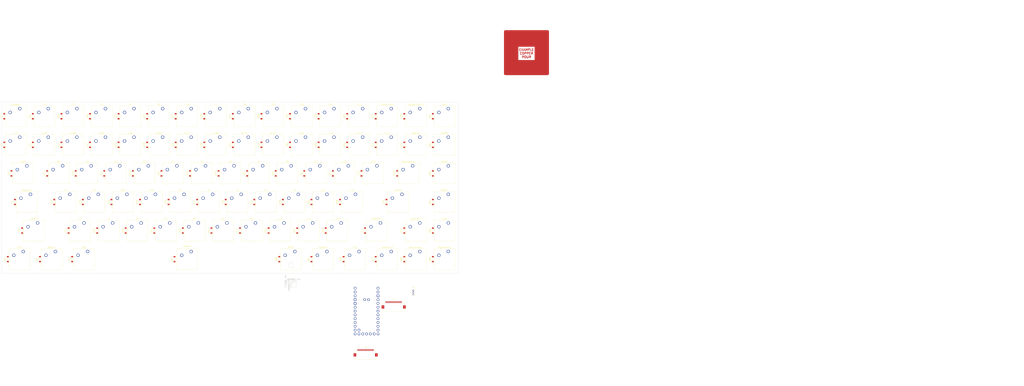
<source format=kicad_pcb>
(kicad_pcb (version 20211014) (generator pcbnew)
  (layers (0 "F.Cu" signal) (31 "B.Cu" signal) (34 "B.Paste" user) (35 "F.Paste" user) (36 "B.SilkS" user "B.Silkscreen") (37 "F.SilkS" user "F.Silkscreen") (38 "B.Mask" user) (39 "F.Mask" user) (44 "Edge.Cuts" user))
  (net 0 "")
  (footprint "Button_Switch_Keyboard:SW_Cherry_MX_1.00u_PCB" (layer "F.Cu") (at 95.885 110.49)
    (fp_text reference "W1" (at -2.54 -2.794) (layer "F.SilkS"))
    (fp_text value "CherryMX")
    (pad "" np_thru_hole circle (at -7.62 5.08) (size 1.7 1.7) (drill 1.7) (layers F&B.Cu *.Mask))
    (pad "" np_thru_hole circle (at 2.54 5.08) (size 1.7 1.7) (drill 1.7) (layers F&B.Cu *.Mask))
    (pad "" np_thru_hole circle (at -2.54 5.08) (size 4 4) (drill 4) (layers F&B.Cu *.Mask))
    (pad "1" thru_hole circle (at 0 0) (size 2.2 2.2) (drill 1.5) (layers F&B.Cu *.Mask))
    (pad "2" thru_hole circle (at -6.35 2.54) (size 2.2 2.2) (drill 1.5) (layers F&B.Cu *.Mask))
  )
  (footprint "Diode_SMD:D_SOD-123" (layer "F.Cu") (at 80.8083 153.67 90)
    (fp_text reference "D14" (at 0 -2 90) (layer "F.SilkS"))
    (fp_text value "D_Small")
    (pad "1" smd rect (at -1.65 0 90) (size 0.9 1.2) (layers "F.Cu" "F.Paste" "F.Mask"))
    (pad "2" smd rect (at 1.65 0 90) (size 0.9 1.2) (layers "F.Cu" "F.Paste" "F.Mask"))
  )
  (footprint "Diode_SMD:D_SOD-123" (layer "F.Cu") (at 166.5279 134.62 90)
    (fp_text reference "D41" (at 0 -2 90) (layer "F.SilkS"))
    (fp_text value "D_Small")
    (pad "1" smd rect (at -1.65 0 90) (size 0.9 1.2) (layers "F.Cu" "F.Paste" "F.Mask"))
    (pad "2" smd rect (at 1.65 0 90) (size 0.9 1.2) (layers "F.Cu" "F.Paste" "F.Mask"))
  )
  (footprint "Diode_SMD:D_SOD-123" (layer "F.Cu") (at 247.4799 77.47 90)
    (fp_text reference "D59" (at 0 -2 90) (layer "F.SilkS"))
    (fp_text value "D_Small")
    (pad "1" smd rect (at -1.65 0 90) (size 0.9 1.2) (layers "F.Cu" "F.Paste" "F.Mask"))
    (pad "2" smd rect (at 1.65 0 90) (size 0.9 1.2) (layers "F.Cu" "F.Paste" "F.Mask"))
  )
  (footprint "Diode_SMD:D_SOD-123" (layer "F.Cu") (at 285.5829 172.72 90)
    (fp_text reference "D75" (at 0 -2 90) (layer "F.SilkS"))
    (fp_text value "D_Small")
    (pad "1" smd rect (at -1.65 0 90) (size 0.9 1.2) (layers "F.Cu" "F.Paste" "F.Mask"))
    (pad "2" smd rect (at 1.65 0 90) (size 0.9 1.2) (layers "F.Cu" "F.Paste" "F.Mask"))
  )
  (footprint "Button_Switch_Keyboard:SW_Cherry_MX_1.00u_PCB" (layer "F.Cu") (at 86.36 91.44)
    (fp_text reference "2/@1" (at -2.54 -2.794) (layer "F.SilkS"))
    (fp_text value "CherryMX")
    (pad "" np_thru_hole circle (at 2.54 5.08) (size 1.7 1.7) (drill 1.7) (layers F&B.Cu *.Mask))
    (pad "" np_thru_hole circle (at -7.62 5.08) (size 1.7 1.7) (drill 1.7) (layers F&B.Cu *.Mask))
    (pad "" np_thru_hole circle (at -2.54 5.08) (size 4 4) (drill 4) (layers F&B.Cu *.Mask))
    (pad "1" thru_hole circle (at 0 0) (size 2.2 2.2) (drill 1.5) (layers F&B.Cu *.Mask))
    (pad "2" thru_hole circle (at -6.35 2.54) (size 2.2 2.2) (drill 1.5) (layers F&B.Cu *.Mask))
  )
  (footprint "Button_Switch_Keyboard:SW_Cherry_MX_1.00u_PCB" (layer "F.Cu") (at 314.96 167.64)
    (fp_text reference "DownArrow1" (at -2.54 -2.794) (layer "F.SilkS"))
    (fp_text value "CherryMX")
    (pad "" np_thru_hole circle (at -7.62 5.08) (size 1.7 1.7) (drill 1.7) (layers F&B.Cu *.Mask))
    (pad "" np_thru_hole circle (at 2.54 5.08) (size 1.7 1.7) (drill 1.7) (layers F&B.Cu *.Mask))
    (pad "" np_thru_hole circle (at -2.54 5.08) (size 4 4) (drill 4) (layers F&B.Cu *.Mask))
    (pad "1" thru_hole circle (at 0 0) (size 2.2 2.2) (drill 1.5) (layers F&B.Cu *.Mask))
    (pad "2" thru_hole circle (at -6.35 2.54) (size 2.2 2.2) (drill 1.5) (layers F&B.Cu *.Mask))
  )
  (footprint "Diode_SMD:D_SOD-123" (layer "F.Cu") (at 261.7719 134.62 90)
    (fp_text reference "D68" (at 0 -2 90) (layer "F.SilkS"))
    (fp_text value "D_Small")
    (pad "1" smd rect (at -1.65 0 90) (size 0.9 1.2) (layers "F.Cu" "F.Paste" "F.Mask"))
    (pad "2" smd rect (at 1.65 0 90) (size 0.9 1.2) (layers "F.Cu" "F.Paste" "F.Mask"))
  )
  (footprint "Button_Switch_Keyboard:SW_Cherry_MX_1.00u_PCB" (layer "F.Cu") (at 148.2725 148.59)
    (fp_text reference "V1" (at -2.54 -2.794) (layer "F.SilkS"))
    (fp_text value "CherryMX")
    (pad "" np_thru_hole circle (at 2.54 5.08) (size 1.7 1.7) (drill 1.7) (layers F&B.Cu *.Mask))
    (pad "" np_thru_hole circle (at -7.62 5.08) (size 1.7 1.7) (drill 1.7) (layers F&B.Cu *.Mask))
    (pad "" np_thru_hole circle (at -2.54 5.08) (size 4 4) (drill 4) (layers F&B.Cu *.Mask))
    (pad "1" thru_hole circle (at 0 0) (size 2.2 2.2) (drill 1.5) (layers F&B.Cu *.Mask))
    (pad "2" thru_hole circle (at -6.35 2.54) (size 2.2 2.2) (drill 1.5) (layers F&B.Cu *.Mask))
  )
  (footprint "Button_Switch_Keyboard:SW_Cherry_MX_1.00u_PCB" (layer "F.Cu") (at 162.56 91.44)
    (fp_text reference "6/^1" (at -2.54 -2.794) (layer "F.SilkS"))
    (fp_text value "CherryMX")
    (pad "" np_thru_hole circle (at -2.54 5.08) (size 4 4) (drill 4) (layers F&B.Cu *.Mask))
    (pad "" np_thru_hole circle (at 2.54 5.08) (size 1.7 1.7) (drill 1.7) (layers F&B.Cu *.Mask))
    (pad "" np_thru_hole circle (at -7.62 5.08) (size 1.7 1.7) (drill 1.7) (layers F&B.Cu *.Mask))
    (pad "1" thru_hole circle (at 0 0) (size 2.2 2.2) (drill 1.5) (layers F&B.Cu *.Mask))
    (pad "2" thru_hole circle (at -6.35 2.54) (size 2.2 2.2) (drill 1.5) (layers F&B.Cu *.Mask))
  )
  (footprint "Diode_SMD:D_SOD-123" (layer "F.Cu") (at 147.4791 134.62 90)
    (fp_text reference "D35" (at 0 -2 90) (layer "F.SilkS"))
    (fp_text value "D_Small")
    (pad "1" smd rect (at -1.65 0 90) (size 0.9 1.2) (layers "F.Cu" "F.Paste" "F.Mask"))
    (pad "2" smd rect (at 1.65 0 90) (size 0.9 1.2) (layers "F.Cu" "F.Paste" "F.Mask"))
  )
  (footprint "Diode_SMD:D_SOD-123" (layer "F.Cu") (at 190.3335 77.47 90)
    (fp_text reference "D43" (at 0 -2 90) (layer "F.SilkS"))
    (fp_text value "D_Small")
    (pad "1" smd rect (at -1.65 0 90) (size 0.9 1.2) (layers "F.Cu" "F.Paste" "F.Mask"))
    (pad "2" smd rect (at 1.65 0 90) (size 0.9 1.2) (layers "F.Cu" "F.Paste" "F.Mask"))
  )
  (footprint "Diode_SMD:D_SOD-123" (layer "F.Cu") (at 142.7169 115.57 90)
    (fp_text reference "D34" (at 0 -2 90) (layer "F.SilkS"))
    (fp_text value "D_Small")
    (pad "1" smd rect (at -1.65 0 90) (size 0.9 1.2) (layers "F.Cu" "F.Paste" "F.Mask"))
    (pad "2" smd rect (at 1.65 0 90) (size 0.9 1.2) (layers "F.Cu" "F.Paste" "F.Mask"))
  )
  (footprint "Button_Switch_Keyboard:SW_Cherry_MX_1.00u_PCB" (layer "F.Cu") (at 253.0475 167.64)
    (fp_text reference "Super2" (at -2.54 -2.794) (layer "F.SilkS"))
    (fp_text value "CherryMX")
    (pad "" np_thru_hole circle (at -2.54 5.08) (size 4 4) (drill 4) (layers F&B.Cu *.Mask))
    (pad "" np_thru_hole circle (at 2.54 5.08) (size 1.7 1.7) (drill 1.7) (layers F&B.Cu *.Mask))
    (pad "" np_thru_hole circle (at -7.62 5.08) (size 1.7 1.7) (drill 1.7) (layers F&B.Cu *.Mask))
    (pad "1" thru_hole circle (at 0 0) (size 2.2 2.2) (drill 1.5) (layers F&B.Cu *.Mask))
    (pad "2" thru_hole circle (at -6.35 2.54) (size 2.2 2.2) (drill 1.5) (layers F&B.Cu *.Mask))
  )
  (footprint "Diode_SMD:D_SOD-123" (layer "F.Cu") (at 49.854 153.67 90)
    (fp_text reference "D8" (at 0 -2 90) (layer "F.SilkS"))
    (fp_text value "D_Small")
    (pad "1" smd rect (at -1.65 0 90) (size 0.9 1.2) (layers "F.Cu" "F.Paste" "F.Mask"))
    (pad "2" smd rect (at 1.65 0 90) (size 0.9 1.2) (layers "F.Cu" "F.Paste" "F.Mask"))
  )
  (footprint "Button_Switch_Keyboard:SW_Cherry_MX_1.00u_PCB" (layer "F.Cu") (at 67.31 72.39)
    (fp_text reference "F1" (at -2.54 -2.794) (layer "F.SilkS"))
    (fp_text value "CherryMX")
    (pad "" np_thru_hole circle (at -7.62 5.08) (size 1.7 1.7) (drill 1.7) (layers F&B.Cu *.Mask))
    (pad "" np_thru_hole circle (at -2.54 5.08) (size 4 4) (drill 4) (layers F&B.Cu *.Mask))
    (pad "" np_thru_hole circle (at 2.54 5.08) (size 1.7 1.7) (drill 1.7) (layers F&B.Cu *.Mask))
    (pad "1" thru_hole circle (at 0 0) (size 2.2 2.2) (drill 1.5) (layers F&B.Cu *.Mask))
    (pad "2" thru_hole circle (at -6.35 2.54) (size 2.2 2.2) (drill 1.5) (layers F&B.Cu *.Mask))
  )
  (footprint "Button_Switch_Keyboard:SW_Cherry_MX_1.00u_PCB" (layer "F.Cu") (at 114.935 110.49)
    (fp_text reference "E1" (at -2.54 -2.794) (layer "F.SilkS"))
    (fp_text value "CherryMX")
    (pad "" np_thru_hole circle (at 2.54 5.08) (size 1.7 1.7) (drill 1.7) (layers F&B.Cu *.Mask))
    (pad "" np_thru_hole circle (at -2.54 5.08) (size 4 4) (drill 4) (layers F&B.Cu *.Mask))
    (pad "" np_thru_hole circle (at -7.62 5.08) (size 1.7 1.7) (drill 1.7) (layers F&B.Cu *.Mask))
    (pad "1" thru_hole circle (at 0 0) (size 2.2 2.2) (drill 1.5) (layers F&B.Cu *.Mask))
    (pad "2" thru_hole circle (at -6.35 2.54) (size 2.2 2.2) (drill 1.5) (layers F&B.Cu *.Mask))
  )
  (footprint "Diode_SMD:D_SOD-123" (layer "F.Cu") (at 114.1383 77.47 90)
    (fp_text reference "D22" (at 0 -2 90) (layer "F.SilkS"))
    (fp_text value "D_Small")
    (pad "1" smd rect (at -1.65 0 90) (size 0.9 1.2) (layers "F.Cu" "F.Paste" "F.Mask"))
    (pad "2" smd rect (at 1.65 0 90) (size 0.9 1.2) (layers "F.Cu" "F.Paste" "F.Mask"))
  )
  (footprint "Button_Switch_Keyboard:SW_Cherry_MX_1.00u_PCB" (layer "F.Cu") (at 267.335 110.49)
    (fp_text reference "[/{1" (at -2.54 -2.794) (layer "F.SilkS"))
    (fp_text value "CherryMX")
    (pad "" np_thru_hole circle (at -2.54 5.08) (size 4 4) (drill 4) (layers F&B.Cu *.Mask))
    (pad "" np_thru_hole circle (at -7.62 5.08) (size 1.7 1.7) (drill 1.7) (layers F&B.Cu *.Mask))
    (pad "" np_thru_hole circle (at 2.54 5.08) (size 1.7 1.7) (drill 1.7) (layers F&B.Cu *.Mask))
    (pad "1" thru_hole circle (at 0 0) (size 2.2 2.2) (drill 1.5) (layers F&B.Cu *.Mask))
    (pad "2" thru_hole circle (at -6.35 2.54) (size 2.2 2.2) (drill 1.5) (layers F&B.Cu *.Mask))
  )
  (footprint "Diode_SMD:D_SOD-123" (layer "F.Cu") (at 266.5287 77.47 90)
    (fp_text reference "D65" (at 0 -2 90) (layer "F.SilkS"))
    (fp_text value "D_Small")
    (pad "1" smd rect (at -1.65 0 90) (size 0.9 1.2) (layers "F.Cu" "F.Paste" "F.Mask"))
    (pad "2" smd rect (at 1.65 0 90) (size 0.9 1.2) (layers "F.Cu" "F.Paste" "F.Mask"))
  )
  (footprint "Diode_SMD:D_SOD-123" (layer "F.Cu") (at 278.4396 153.67 90)
    (fp_text reference "D74" (at 0 -2 90) (layer "F.SilkS"))
    (fp_text value "D_Small")
    (pad "1" smd rect (at -1.65 0 90) (size 0.9 1.2) (layers "F.Cu" "F.Paste" "F.Mask"))
    (pad "2" smd rect (at 1.65 0 90) (size 0.9 1.2) (layers "F.Cu" "F.Paste" "F.Mask"))
  )
  (footprint "Button_Switch_Keyboard:SW_Cherry_MX_1.25u_PCB" (layer "F.Cu") (at 274.47875 167.64)
    (fp_text reference "Fn1" (at -2.54 -2.794) (layer "F.SilkS"))
    (fp_text value "CherryMX")
    (pad "" np_thru_hole circle (at -7.62 5.08) (size 1.7 1.7) (drill 1.7) (layers F&B.Cu *.Mask))
    (pad "" np_thru_hole circle (at -2.54 5.08) (size 4 4) (drill 4) (layers F&B.Cu *.Mask))
    (pad "" np_thru_hole circle (at 2.54 5.08) (size 1.7 1.7) (drill 1.7) (layers F&B.Cu *.Mask))
    (pad "1" thru_hole circle (at 0 0) (size 2.2 2.2) (drill 1.5) (layers F&B.Cu *.Mask))
    (pad "2" thru_hole circle (at -6.35 2.54) (size 2.2 2.2) (drill 1.5) (layers F&B.Cu *.Mask))
  )
  (footprint "Diode_SMD:D_SOD-123" (layer "F.Cu") (at 299.8695 115.57 90)
    (fp_text reference "D78" (at 0 -2 90) (layer "F.SilkS"))
    (fp_text value "D_Small")
    (pad "1" smd rect (at -1.65 0 90) (size 0.9 1.2) (layers "F.Cu" "F.Paste" "F.Mask"))
    (pad "2" smd rect (at 1.65 0 90) (size 0.9 1.2) (layers "F.Cu" "F.Paste" "F.Mask"))
  )
  (footprint "Diode_SMD:D_SOD-123" (layer "F.Cu") (at 157.0035 153.67 90)
    (fp_text reference "D36" (at 0 -2 90) (layer "F.SilkS"))
    (fp_text value "D_Small")
    (pad "1" smd rect (at -1.65 0 90) (size 0.9 1.2) (layers "F.Cu" "F.Paste" "F.Mask"))
    (pad "2" smd rect (at 1.65 0 90) (size 0.9 1.2) (layers "F.Cu" "F.Paste" "F.Mask"))
  )
  (footprint "Button_Switch_Keyboard:SW_Cherry_MX_1.00u_PCB" (layer "F.Cu") (at 334.01 148.59)
    (fp_text reference "End1" (at -2.54 -2.794) (layer "F.SilkS"))
    (fp_text value "CherryMX")
    (pad "" np_thru_hole circle (at 2.54 5.08) (size 1.7 1.7) (drill 1.7) (layers F&B.Cu *.Mask))
    (pad "" np_thru_hole circle (at -2.54 5.08) (size 4 4) (drill 4) (layers F&B.Cu *.Mask))
    (pad "" np_thru_hole circle (at -7.62 5.08) (size 1.7 1.7) (drill 1.7) (layers F&B.Cu *.Mask))
    (pad "1" thru_hole circle (at 0 0) (size 2.2 2.2) (drill 1.5) (layers F&B.Cu *.Mask))
    (pad "2" thru_hole circle (at -6.35 2.54) (size 2.2 2.2) (drill 1.5) (layers F&B.Cu *.Mask))
  )
  (footprint "Diode_SMD:D_SOD-123" (layer "F.Cu") (at 195.1011 153.67 90)
    (fp_text reference "D47" (at 0 -2 90) (layer "F.SilkS"))
    (fp_text value "D_Small")
    (pad "1" smd rect (at -1.65 0 90) (size 0.9 1.2) (layers "F.Cu" "F.Paste" "F.Mask"))
    (pad "2" smd rect (at 1.65 0 90) (size 0.9 1.2) (layers "F.Cu" "F.Paste" "F.Mask"))
  )
  (footprint "Diode_SMD:D_SOD-123" (layer "F.Cu") (at 42.7107 115.57 90)
    (fp_text reference "D3" (at 0 -2 90) (layer "F.SilkS"))
    (fp_text value "D_Small")
    (pad "1" smd rect (at -1.65 0 90) (size 0.9 1.2) (layers "F.Cu" "F.Paste" "F.Mask"))
    (pad "2" smd rect (at 1.65 0 90) (size 0.9 1.2) (layers "F.Cu" "F.Paste" "F.Mask"))
  )
  (footprint "Button_Switch_Keyboard:SW_Cherry_MX_1.00u_PCB" (layer "F.Cu") (at 286.385 110.49)
    (fp_text reference "]/}1" (at -2.54 -2.794) (layer "F.SilkS"))
    (fp_text value "CherryMX")
    (pad "" np_thru_hole circle (at -7.62 5.08) (size 1.7 1.7) (drill 1.7) (layers F&B.Cu *.Mask))
    (pad "" np_thru_hole circle (at 2.54 5.08) (size 1.7 1.7) (drill 1.7) (layers F&B.Cu *.Mask))
    (pad "" np_thru_hole circle (at -2.54 5.08) (size 4 4) (drill 4) (layers F&B.Cu *.Mask))
    (pad "1" thru_hole circle (at 0 0) (size 2.2 2.2) (drill 1.5) (layers F&B.Cu *.Mask))
    (pad "2" thru_hole circle (at -6.35 2.54) (size 2.2 2.2) (drill 1.5) (layers F&B.Cu *.Mask))
  )
  (footprint "Button_Switch_Keyboard:SW_Cherry_MX_1.00u_PCB" (layer "F.Cu") (at 205.4225 148.59)
    (fp_text reference "M1" (at -2.54 -2.794) (layer "F.SilkS"))
    (fp_text value "CherryMX")
    (pad "" np_thru_hole circle (at -7.62 5.08) (size 1.7 1.7) (drill 1.7) (layers F&B.Cu *.Mask))
    (pad "" np_thru_hole circle (at 2.54 5.08) (size 1.7 1.7) (drill 1.7) (layers F&B.Cu *.Mask))
    (pad "" np_thru_hole circle (at -2.54 5.08) (size 4 4) (drill 4) (layers F&B.Cu *.Mask))
    (pad "1" thru_hole circle (at 0 0) (size 2.2 2.2) (drill 1.5) (layers F&B.Cu *.Mask))
    (pad "2" thru_hole circle (at -6.35 2.54) (size 2.2 2.2) (drill 1.5) (layers F&B.Cu *.Mask))
  )
  (footprint "Button_Switch_Keyboard:SW_Cherry_MX_1.00u_PCB" (layer "F.Cu") (at 48.26 72.39)
    (fp_text reference "Escape1" (at -2.54 -2.794) (layer "F.SilkS"))
    (fp_text value "CherryMX")
    (pad "" np_thru_hole circle (at 2.54 5.08) (size 1.7 1.7) (drill 1.7) (layers F&B.Cu *.Mask))
    (pad "" np_thru_hole circle (at -7.62 5.08) (size 1.7 1.7) (drill 1.7) (layers F&B.Cu *.Mask))
    (pad "" np_thru_hole circle (at -2.54 5.08) (size 4 4) (drill 4) (layers F&B.Cu *.Mask))
    (pad "1" thru_hole circle (at 0 0) (size 2.2 2.2) (drill 1.5) (layers F&B.Cu *.Mask))
    (pad "2" thru_hole circle (at -6.35 2.54) (size 2.2 2.2) (drill 1.5) (layers F&B.Cu *.Mask))
  )
  (footprint "Button_Switch_Keyboard:SW_Cherry_MX_1.75u_PCB" (layer "F.Cu") (at 288.76625 148.59)
    (fp_text reference "RShift1" (at -2.54 -2.794) (layer "F.SilkS"))
    (fp_text value "CherryMX")
    (pad "" np_thru_hole circle (at 2.54 5.08) (size 1.7 1.7) (drill 1.7) (layers F&B.Cu *.Mask))
    (pad "" np_thru_hole circle (at -7.62 5.08) (size 1.7 1.7) (drill 1.7) (layers F&B.Cu *.Mask))
    (pad "" np_thru_hole circle (at -2.54 5.08) (size 4 4) (drill 4) (layers F&B.Cu *.Mask))
    (pad "1" thru_hole circle (at 0 0) (size 2.2 2.2) (drill 1.5) (layers F&B.Cu *.Mask))
    (pad "2" thru_hole circle (at -6.35 2.54) (size 2.2 2.2) (drill 1.5) (layers F&B.Cu *.Mask))
  )
  (footprint "CherryMX:CherryMX_6.00u" (layer "F.Cu") (at 160.02 172.72)
    (fp_text reference "Space1" (at 0 -8.6625) (layer "F.SilkS"))
    (fp_text value "CherryMX")
    (pad "" np_thru_hole circle locked (at 0 0) (size 4 4) (drill 4) (layers F&B.Cu *.Mask))
    (pad "1" thru_hole circle locked (at -3.81 -2.54) (size 2.2 2.2) (drill 1.5) (layers F&B.Cu *.Mask))
    (pad "2" thru_hole circle locked (at 2.54 -5.08) (size 2.2 2.2) (drill 1.5) (layers F&B.Cu *.Mask))
  )
  (footprint "Diode_SMD:D_SOD-123" (layer "F.Cu") (at 90.3327 134.62 90)
    (fp_text reference "D19" (at 0 -2 90) (layer "F.SilkS"))
    (fp_text value "D_Small")
    (pad "1" smd rect (at -1.65 0 90) (size 0.9 1.2) (layers "F.Cu" "F.Paste" "F.Mask"))
    (pad "2" smd rect (at 1.65 0 90) (size 0.9 1.2) (layers "F.Cu" "F.Paste" "F.Mask"))
  )
  (footprint "Diode_SMD:D_SOD-123" (layer "F.Cu") (at 61.7595 172.72 90)
    (fp_text reference "D9" (at 0 -2 90) (layer "F.SilkS"))
    (fp_text value "D_Small")
    (pad "1" smd rect (at -1.65 0 90) (size 0.9 1.2) (layers "F.Cu" "F.Paste" "F.Mask"))
    (pad "2" smd rect (at 1.65 0 90) (size 0.9 1.2) (layers "F.Cu" "F.Paste" "F.Mask"))
  )
  (footprint "Diode_SMD:D_SOD-123" (layer "F.Cu") (at 323.6805 96.52 90)
    (fp_text reference "D82" (at 0 -2 90) (layer "F.SilkS"))
    (fp_text value "D_Small")
    (pad "1" smd rect (at -1.65 0 90) (size 0.9 1.2) (layers "F.Cu" "F.Paste" "F.Mask"))
    (pad "2" smd rect (at 1.65 0 90) (size 0.9 1.2) (layers "F.Cu" "F.Paste" "F.Mask"))
  )
  (footprint "Button_Switch_Keyboard:SW_Cherry_MX_1.00u_PCB" (layer "F.Cu") (at 233.9975 129.54)
    (fp_text reference "L1" (at -2.54 -2.794) (layer "F.SilkS"))
    (fp_text value "CherryMX")
    (pad "" np_thru_hole circle (at 2.54 5.08) (size 1.7 1.7) (drill 1.7) (layers F&B.Cu *.Mask))
    (pad "" np_thru_hole circle (at -2.54 5.08) (size 4 4) (drill 4) (layers F&B.Cu *.Mask))
    (pad "" np_thru_hole circle (at -7.62 5.08) (size 1.7 1.7) (drill 1.7) (layers F&B.Cu *.Mask))
    (pad "1" thru_hole circle (at 0 0) (size 2.2 2.2) (drill 1.5) (layers F&B.Cu *.Mask))
    (pad "2" thru_hole circle (at -6.35 2.54) (size 2.2 2.2) (drill 1.5) (layers F&B.Cu *.Mask))
  )
  (footprint "Diode_SMD:D_SOD-123" (layer "F.Cu") (at 118.9059 153.67 90)
    (fp_text reference "D26" (at 0 -2 90) (layer "F.SilkS"))
    (fp_text value "D_Small")
    (pad "1" smd rect (at -1.65 0 90) (size 0.9 1.2) (layers "F.Cu" "F.Paste" "F.Mask"))
    (pad "2" smd rect (at 1.65 0 90) (size 0.9 1.2) (layers "F.Cu" "F.Paste" "F.Mask"))
  )
  (footprint "Button_Switch_Keyboard:SW_Cherry_MX_1.00u_PCB" (layer "F.Cu") (at 334.01 129.54)
    (fp_text reference "PgDn1" (at -2.54 -2.794) (layer "F.SilkS"))
    (fp_text value "CherryMX")
    (pad "" np_thru_hole circle (at -2.54 5.08) (size 4 4) (drill 4) (layers F&B.Cu *.Mask))
    (pad "" np_thru_hole circle (at 2.54 5.08) (size 1.7 1.7) (drill 1.7) (layers F&B.Cu *.Mask))
    (pad "" np_thru_hole circle (at -7.62 5.08) (size 1.7 1.7) (drill 1.7) (layers F&B.Cu *.Mask))
    (pad "1" thru_hole circle (at 0 0) (size 2.2 2.2) (drill 1.5) (layers F&B.Cu *.Mask))
    (pad "2" thru_hole circle (at -6.35 2.54) (size 2.2 2.2) (drill 1.5) (layers F&B.Cu *.Mask))
  )
  (footprint "Button_Switch_Keyboard:SW_Cherry_MX_1.00u_PCB" (layer "F.Cu") (at 334.01 91.44)
    (fp_text reference "Home1" (at -2.54 -2.794) (layer "F.SilkS"))
    (fp_text value "CherryMX")
    (pad "" np_thru_hole circle (at -2.54 5.08) (size 4 4) (drill 4) (layers F&B.Cu *.Mask))
    (pad "" np_thru_hole circle (at 2.54 5.08) (size 1.7 1.7) (drill 1.7) (layers F&B.Cu *.Mask))
    (pad "" np_thru_hole circle (at -7.62 5.08) (size 1.7 1.7) (drill 1.7) (layers F&B.Cu *.Mask))
    (pad "1" thru_hole circle (at 0 0) (size 2.2 2.2) (drill 1.5) (layers F&B.Cu *.Mask))
    (pad "2" thru_hole circle (at -6.35 2.54) (size 2.2 2.2) (drill 1.5) (layers F&B.Cu *.Mask))
  )
  (footprint "Button_Switch_Keyboard:SW_Cherry_MX_1.00u_PCB" (layer "F.Cu") (at 86.36 72.39)
    (fp_text reference "F2" (at -2.54 -2.794) (layer "F.SilkS"))
    (fp_text value "CherryMX")
    (pad "" np_thru_hole circle (at -2.54 5.08) (size 4 4) (drill 4) (layers F&B.Cu *.Mask))
    (pad "" np_thru_hole circle (at -7.62 5.08) (size 1.7 1.7) (drill 1.7) (layers F&B.Cu *.Mask))
    (pad "" np_thru_hole circle (at 2.54 5.08) (size 1.7 1.7) (drill 1.7) (layers F&B.Cu *.Mask))
    (pad "1" thru_hole circle (at 0 0) (size 2.2 2.2) (drill 1.5) (layers F&B.Cu *.Mask))
    (pad "2" thru_hole circle (at -6.35 2.54) (size 2.2 2.2) (drill 1.5) (layers F&B.Cu *.Mask))
  )
  (footprint "Button_Switch_Keyboard:SW_Cherry_MX_1.00u_PCB" (layer "F.Cu") (at 238.76 91.44)
    (fp_text reference "0/)1" (at -2.54 -2.794) (layer "F.SilkS"))
    (fp_text value "CherryMX")
    (pad "" np_thru_hole circle (at -2.54 5.08) (size 4 4) (drill 4) (layers F&B.Cu *.Mask))
    (pad "" np_thru_hole circle (at -7.62 5.08) (size 1.7 1.7) (drill 1.7) (layers F&B.Cu *.Mask))
    (pad "" np_thru_hole circle (at 2.54 5.08) (size 1.7 1.7) (drill 1.7) (layers F&B.Cu *.Mask))
    (pad "1" thru_hole circle (at 0 0) (size 2.2 2.2) (drill 1.5) (layers F&B.Cu *.Mask))
    (pad "2" thru_hole circle (at -6.35 2.54) (size 2.2 2.2) (drill 1.5) (layers F&B.Cu *.Mask))
  )
  (footprint "Button_Switch_Keyboard:SW_Cherry_MX_1.00u_PCB" (layer "F.Cu") (at 81.5975 129.54)
    (fp_text reference "A1" (at -2.54 -2.794) (layer "F.SilkS"))
    (fp_text value "CherryMX")
    (pad "" np_thru_hole circle (at 2.54 5.08) (size 1.7 1.7) (drill 1.7) (layers F&B.Cu *.Mask))
    (pad "" np_thru_hole circle (at -7.62 5.08) (size 1.7 1.7) (drill 1.7) (layers F&B.Cu *.Mask))
    (pad "" np_thru_hole circle (at -2.54 5.08) (size 4 4) (drill 4) (layers F&B.Cu *.Mask))
    (pad "1" thru_hole circle (at 0 0) (size 2.2 2.2) (drill 1.5) (layers F&B.Cu *.Mask))
    (pad "2" thru_hole circle (at -6.35 2.54) (size 2.2 2.2) (drill 1.5) (layers F&B.Cu *.Mask))
  )
  (footprint "Button_Switch_Keyboard:SW_Cherry_MX_1.00u_PCB" (layer "F.Cu") (at 272.0975 129.54)
    (fp_text reference "'/\"1" (at -2.54 -2.794) (layer "F.SilkS"))
    (fp_text value "CherryMX")
    (pad "" np_thru_hole circle (at -2.54 5.08) (size 4 4) (drill 4) (layers F&B.Cu *.Mask))
    (pad "" np_thru_hole circle (at -7.62 5.08) (size 1.7 1.7) (drill 1.7) (layers F&B.Cu *.Mask))
    (pad "" np_thru_hole circle (at 2.54 5.08) (size 1.7 1.7) (drill 1.7) (layers F&B.Cu *.Mask))
    (pad "1" thru_hole circle (at 0 0) (size 2.2 2.2) (drill 1.5) (layers F&B.Cu *.Mask))
    (pad "2" thru_hole circle (at -6.35 2.54) (size 2.2 2.2) (drill 1.5) (layers F&B.Cu *.Mask))
  )
  (footprint "Button_Switch_Keyboard:SW_Cherry_MX_1.00u_PCB" (layer "F.Cu") (at 162.56 72.39)
    (fp_text reference "F6" (at -2.54 -2.794) (layer "F.SilkS"))
    (fp_text value "CherryMX")
    (pad "" np_thru_hole circle (at -2.54 5.08) (size 4 4) (drill 4) (layers F&B.Cu *.Mask))
    (pad "" np_thru_hole circle (at 2.54 5.08) (size 1.7 1.7) (drill 1.7) (layers F&B.Cu *.Mask))
    (pad "" np_thru_hole circle (at -7.62 5.08) (size 1.7 1.7) (drill 1.7) (layers F&B.Cu *.Mask))
    (pad "1" thru_hole circle (at 0 0) (size 2.2 2.2) (drill 1.5) (layers F&B.Cu *.Mask))
    (pad "2" thru_hole circle (at -6.35 2.54) (size 2.2 2.2) (drill 1.5) (layers F&B.Cu *.Mask))
  )
  (footprint "Button_Switch_Keyboard:SW_Cherry_MX_1.00u_PCB" (layer "F.Cu") (at 253.0475 129.54)
    (fp_text reference ";/:1" (at -2.54 -2.794) (layer "F.SilkS"))
    (fp_text value "CherryMX")
    (pad "" np_thru_hole circle (at -2.54 5.08) (size 4 4) (drill 4) (layers F&B.Cu *.Mask))
    (pad "" np_thru_hole circle (at -7.62 5.08) (size 1.7 1.7) (drill 1.7) (layers F&B.Cu *.Mask))
    (pad "" np_thru_hole circle (at 2.54 5.08) (size 1.7 1.7) (drill 1.7) (layers F&B.Cu *.Mask))
    (pad "1" thru_hole circle (at 0 0) (size 2.2 2.2) (drill 1.5) (layers F&B.Cu *.Mask))
    (pad "2" thru_hole circle (at -6.35 2.54) (size 2.2 2.2) (drill 1.5) (layers F&B.Cu *.Mask))
  )
  (footprint "Button_Switch_Keyboard:SW_Cherry_MX_1.00u_PCB" (layer "F.Cu") (at 124.46 72.39)
    (fp_text reference "F4" (at -2.54 -2.794) (layer "F.SilkS"))
    (fp_text value "CherryMX")
    (pad "" np_thru_hole circle (at -2.54 5.08) (size 4 4) (drill 4) (layers F&B.Cu *.Mask))
    (pad "" np_thru_hole circle (at -7.62 5.08) (size 1.7 1.7) (drill 1.7) (layers F&B.Cu *.Mask))
    (pad "" np_thru_hole circle (at 2.54 5.08) (size 1.7 1.7) (drill 1.7) (layers F&B.Cu *.Mask))
    (pad "1" thru_hole circle (at 0 0) (size 2.2 2.2) (drill 1.5) (layers F&B.Cu *.Mask))
    (pad "2" thru_hole circle (at -6.35 2.54) (size 2.2 2.2) (drill 1.5) (layers F&B.Cu *.Mask))
  )
  (footprint "Button_Switch_Keyboard:SW_Cherry_MX_1.00u_PCB" (layer "F.Cu") (at 172.085 110.49)
    (fp_text reference "Y2" (at -2.54 -2.794) (layer "F.SilkS"))
    (fp_text value "CherryMX")
    (pad "" np_thru_hole circle (at -2.54 5.08) (size 4 4) (drill 4) (layers F&B.Cu *.Mask))
    (pad "" np_thru_hole circle (at -7.62 5.08) (size 1.7 1.7) (drill 1.7) (layers F&B.Cu *.Mask))
    (pad "" np_thru_hole circle (at 2.54 5.08) (size 1.7 1.7) (drill 1.7) (layers F&B.Cu *.Mask))
    (pad "1" thru_hole circle (at 0 0) (size 2.2 2.2) (drill 1.5) (layers F&B.Cu *.Mask))
    (pad "2" thru_hole circle (at -6.35 2.54) (size 2.2 2.2) (drill 1.5) (layers F&B.Cu *.Mask))
  )
  (footprint "Button_Switch_Keyboard:SW_Cherry_MX_1.00u_PCB" (layer "F.Cu") (at 181.61 72.39)
    (fp_text reference "F7" (at -2.54 -2.794) (layer "F.SilkS"))
    (fp_text value "CherryMX")
    (pad "" np_thru_hole circle (at -2.54 5.08) (size 4 4) (drill 4) (layers F&B.Cu *.Mask))
    (pad "" np_thru_hole circle (at -7.62 5.08) (size 1.7 1.7) (drill 1.7) (layers F&B.Cu *.Mask))
    (pad "" np_thru_hole circle (at 2.54 5.08) (size 1.7 1.7) (drill 1.7) (layers F&B.Cu *.Mask))
    (pad "1" thru_hole circle (at 0 0) (size 2.2 2.2) (drill 1.5) (layers F&B.Cu *.Mask))
    (pad "2" thru_hole circle (at -6.35 2.54) (size 2.2 2.2) (drill 1.5) (layers F&B.Cu *.Mask))
  )
  (footprint "Diode_SMD:D_SOD-123" (layer "F.Cu") (at 285.5829 96.52 90)
    (fp_text reference "D71" (at 0 -2 90) (layer "F.SilkS"))
    (fp_text value "D_Small")
    (pad "1" smd rect (at -1.65 0 90) (size 0.9 1.2) (layers "F.Cu" "F.Paste" "F.Mask"))
    (pad "2" smd rect (at 1.65 0 90) (size 0.9 1.2) (layers "F.Cu" "F.Paste" "F.Mask"))
  )
  (footprint "Diode_SMD:D_SOD-123" (layer "F.Cu") (at 85.5705 115.57 90)
    (fp_text reference "D18" (at 0 -2 90) (layer "F.SilkS"))
    (fp_text value "D_Small")
    (pad "1" smd rect (at -1.65 0 90) (size 0.9 1.2) (layers "F.Cu" "F.Paste" "F.Mask"))
    (pad "2" smd rect (at 1.65 0 90) (size 0.9 1.2) (layers "F.Cu" "F.Paste" "F.Mask"))
  )
  (footprint "Button_Switch_Keyboard:SW_Cherry_MX_1.00u_PCB" (layer "F.Cu") (at 91.1225 148.59)
    (fp_text reference "Z1" (at -2.54 -2.794) (layer "F.SilkS"))
    (fp_text value "CherryMX")
    (pad "" np_thru_hole circle (at -7.62 5.08) (size 1.7 1.7) (drill 1.7) (layers F&B.Cu *.Mask))
    (pad "" np_thru_hole circle (at 2.54 5.08) (size 1.7 1.7) (drill 1.7) (layers F&B.Cu *.Mask))
    (pad "" np_thru_hole circle (at -2.54 5.08) (size 4 4) (drill 4) (layers F&B.Cu *.Mask))
    (pad "1" thru_hole circle (at 0 0) (size 2.2 2.2) (drill 1.5) (layers F&B.Cu *.Mask))
    (pad "2" thru_hole circle (at -6.35 2.54) (size 2.2 2.2) (drill 1.5) (layers F&B.Cu *.Mask))
  )
  (footprint "Button_Switch_Keyboard:SW_Cherry_MX_1.00u_PCB" (layer "F.Cu") (at 110.1725 148.59)
    (fp_text reference "X1" (at -2.54 -2.794) (layer "F.SilkS"))
    (fp_text value "CherryMX")
    (pad "" np_thru_hole circle (at -7.62 5.08) (size 1.7 1.7) (drill 1.7) (layers F&B.Cu *.Mask))
    (pad "" np_thru_hole circle (at 2.54 5.08) (size 1.7 1.7) (drill 1.7) (layers F&B.Cu *.Mask))
    (pad "" np_thru_hole circle (at -2.54 5.08) (size 4 4) (drill 4) (layers F&B.Cu *.Mask))
    (pad "1" thru_hole circle (at 0 0) (size 2.2 2.2) (drill 1.5) (layers F&B.Cu *.Mask))
    (pad "2" thru_hole circle (at -6.35 2.54) (size 2.2 2.2) (drill 1.5) (layers F&B.Cu *.Mask))
  )
  (footprint "Diode_SMD:D_SOD-123" (layer "F.Cu") (at 76.0407 77.47 90)
    (fp_text reference "D10" (at 0 -2 90) (layer "F.SilkS"))
    (fp_text value "D_Small")
    (pad "1" smd rect (at -1.65 0 90) (size 0.9 1.2) (layers "F.Cu" "F.Paste" "F.Mask"))
    (pad "2" smd rect (at 1.65 0 90) (size 0.9 1.2) (layers "F.Cu" "F.Paste" "F.Mask"))
  )
  (footprint "Diode_SMD:D_SOD-123" (layer "F.Cu") (at 304.6317 172.72 90)
    (fp_text reference "D80" (at 0 -2 90) (layer "F.SilkS"))
    (fp_text value "D_Small")
    (pad "1" smd rect (at -1.65 0 90) (size 0.9 1.2) (layers "F.Cu" "F.Paste" "F.Mask"))
    (pad "2" smd rect (at 1.65 0 90) (size 0.9 1.2) (layers "F.Cu" "F.Paste" "F.Mask"))
  )
  (footprint "Button_Switch_Keyboard:SW_Cherry_MX_1.00u_PCB" (layer "F.Cu") (at 105.41 91.44)
    (fp_text reference "3/#1" (at -2.54 -2.794) (layer "F.SilkS"))
    (fp_text value "CherryMX")
    (pad "" np_thru_hole circle (at -2.54 5.08) (size 4 4) (drill 4) (layers F&B.Cu *.Mask))
    (pad "" np_thru_hole circle (at -7.62 5.08) (size 1.7 1.7) (drill 1.7) (layers F&B.Cu *.Mask))
    (pad "" np_thru_hole circle (at 2.54 5.08) (size 1.7 1.7) (drill 1.7) (layers F&B.Cu *.Mask))
    (pad "1" thru_hole circle (at 0 0) (size 2.2 2.2) (drill 1.5) (layers F&B.Cu *.Mask))
    (pad "2" thru_hole circle (at -6.35 2.54) (size 2.2 2.2) (drill 1.5) (layers F&B.Cu *.Mask))
  )
  (footprint "Diode_SMD:D_SOD-123" (layer "F.Cu") (at 180.8145 115.57 90)
    (fp_text reference "D45" (at 0 -2 90) (layer "F.SilkS"))
    (fp_text value "D_Small")
    (pad "1" smd rect (at -1.65 0 90) (size 0.9 1.2) (layers "F.Cu" "F.Paste" "F.Mask"))
    (pad "2" smd rect (at 1.65 0 90) (size 0.9 1.2) (layers "F.Cu" "F.Paste" "F.Mask"))
  )
  (footprint "Diode_SMD:D_SOD-123" (layer "F.Cu") (at 228.4311 77.47 90)
    (fp_text reference "D53" (at 0 -2 90) (layer "F.SilkS"))
    (fp_text value "D_Small")
    (pad "1" smd rect (at -1.65 0 90) (size 0.9 1.2) (layers "F.Cu" "F.Paste" "F.Mask"))
    (pad "2" smd rect (at 1.65 0 90) (size 0.9 1.2) (layers "F.Cu" "F.Paste" "F.Mask"))
  )
  (footprint "Button_Switch_Keyboard:SW_Cherry_MX_2.25u_PCB" (layer "F.Cu") (at 60.16625 148.59)
    (fp_text reference "LShift1" (at -2.54 -2.794) (layer "F.SilkS"))
    (fp_text value "CherryMX")
    (pad "" np_thru_hole circle (at -2.54 5.08) (size 4 4) (drill 4) (layers F&B.Cu *.Mask))
    (pad "" np_thru_hole circle (at 9.36 -1.92) (size 3.05 3.05) (drill 3.05) (layers F&B.Cu *.Mask))
    (pad "" np_thru_hole circle (at 9.36 13.32) (size 4 4) (drill 4) (layers F&B.Cu *.Mask))
    (pad "" np_thru_hole circle (at -7.62 5.08) (size 1.7 1.7) (drill 1.7) (layers F&B.Cu *.Mask))
    (pad "" np_thru_hole circle (at -14.44 13.32) (size 4 4) (drill 4) (layers F&B.Cu *.Mask))
    (pad "" np_thru_hole circle (at -14.44 -1.92) (size 3.05 3.05) (drill 3.05) (layers F&B.Cu *.Mask))
    (pad "" np_thru_hole circle (at 2.54 5.08) (size 1.7 1.7) (drill 1.7) (layers F&B.Cu *.Mask))
    (pad "1" thru_hole circle (at 0 0) (size 2.2 2.2) (drill 1.5) (layers F&B.Cu *.Mask))
    (pad "2" thru_hole circle (at -6.35 2.54) (size 2.2 2.2) (drill 1.5) (layers F&B.Cu *.Mask))
  )
  (footprint "Button_Switch_Keyboard:SW_Cherry_MX_1.75u_PCB" (layer "F.Cu") (at 55.40375 129.54)
    (fp_text reference "CapLock1" (at -2.54 -2.794) (layer "F.SilkS"))
    (fp_text value "CherryMX")
    (pad "" np_thru_hole circle (at 2.54 5.08) (size 1.7 1.7) (drill 1.7) (layers F&B.Cu *.Mask))
    (pad "" np_thru_hole circle (at -2.54 5.08) (size 4 4) (drill 4) (layers F&B.Cu *.Mask))
    (pad "" np_thru_hole circle (at -7.62 5.08) (size 1.7 1.7) (drill 1.7) (layers F&B.Cu *.Mask))
    (pad "1" thru_hole circle (at 0 0) (size 2.2 2.2) (drill 1.5) (layers F&B.Cu *.Mask))
    (pad "2" thru_hole circle (at -6.35 2.54) (size 2.2 2.2) (drill 1.5) (layers F&B.Cu *.Mask))
  )
  (footprint "Diode_SMD:D_SOD-123" (layer "F.Cu") (at 214.1499 153.67 90)
    (fp_text reference "D52" (at 0 -2 90) (layer "F.SilkS"))
    (fp_text value "D_Small")
    (pad "1" smd rect (at -1.65 0 90) (size 0.9 1.2) (layers "F.Cu" "F.Paste" "F.Mask"))
    (pad "2" smd rect (at 1.65 0 90) (size 0.9 1.2) (layers "F.Cu" "F.Paste" "F.Mask"))
  )
  (footprint "Diode_SMD:D_SOD-123" (layer "F.Cu") (at 223.6743 134.62 90)
    (fp_text reference "D56" (at 0 -2 90) (layer "F.SilkS"))
    (fp_text value "D_Small")
    (pad "1" smd rect (at -1.65 0 90) (size 0.9 1.2) (layers "F.Cu" "F.Paste" "F.Mask"))
    (pad "2" smd rect (at 1.65 0 90) (size 0.9 1.2) (layers "F.Cu" "F.Paste" "F.Mask"))
  )
  (footprint "Button_Switch_Keyboard:SW_Cherry_MX_1.00u_PCB" (layer "F.Cu") (at 314.96 72.39)
    (fp_text reference "Pause/ScrLk1" (at -2.54 -2.794) (layer "F.SilkS"))
    (fp_text value "CherryMX")
    (pad "" np_thru_hole circle (at -7.62 5.08) (size 1.7 1.7) (drill 1.7) (layers F&B.Cu *.Mask))
    (pad "" np_thru_hole circle (at -2.54 5.08) (size 4 4) (drill 4) (layers F&B.Cu *.Mask))
    (pad "" np_thru_hole circle (at 2.54 5.08) (size 1.7 1.7) (drill 1.7) (layers F&B.Cu *.Mask))
    (pad "1" thru_hole circle (at 0 0) (size 2.2 2.2) (drill 1.5) (layers F&B.Cu *.Mask))
    (pad "2" thru_hole circle (at -6.35 2.54) (size 2.2 2.2) (drill 1.5) (layers F&B.Cu *.Mask))
  )
  (footprint "Button_Switch_Keyboard:SW_Cherry_MX_1.00u_PCB" (layer "F.Cu") (at 67.31 91.44)
    (fp_text reference "1/!1" (at -2.54 -2.794) (layer "F.SilkS"))
    (fp_text value "CherryMX")
    (pad "" np_thru_hole circle (at 2.54 5.08) (size 1.7 1.7) (drill 1.7) (layers F&B.Cu *.Mask))
    (pad "" np_thru_hole circle (at -2.54 5.08) (size 4 4) (drill 4) (layers F&B.Cu *.Mask))
    (pad "" np_thru_hole circle (at -7.62 5.08) (size 1.7 1.7) (drill 1.7) (layers F&B.Cu *.Mask))
    (pad "1" thru_hole circle (at 0 0) (size 2.2 2.2) (drill 1.5) (layers F&B.Cu *.Mask))
    (pad "2" thru_hole circle (at -6.35 2.54) (size 2.2 2.2) (drill 1.5) (layers F&B.Cu *.Mask))
  )
  (footprint "Diode_SMD:D_SOD-123" (layer "F.Cu") (at 152.2413 96.52 90)
    (fp_text reference "D33" (at 0 -2 90) (layer "F.SilkS"))
    (fp_text value "D_Small")
    (pad "1" smd rect (at -1.65 0 90) (size 0.9 1.2) (layers "F.Cu" "F.Paste" "F.Mask"))
    (pad "2" smd rect (at 1.65 0 90) (size 0.9 1.2) (layers "F.Cu" "F.Paste" "F.Mask"))
  )
  (footprint "Diode_SMD:D_SOD-123" (layer "F.Cu") (at 304.6263 77.47 90)
    (fp_text reference "D76" (at 0 -2 90) (layer "F.SilkS"))
    (fp_text value "D_Small")
    (pad "1" smd rect (at -1.65 0 90) (size 0.9 1.2) (layers "F.Cu" "F.Paste" "F.Mask"))
    (pad "2" smd rect (at 1.65 0 90) (size 0.9 1.2) (layers "F.Cu" "F.Paste" "F.Mask"))
  )
  (footprint "Button_Switch_Keyboard:SW_Cherry_MX_1.00u_PCB" (layer "F.Cu") (at 295.91 91.44)
    (fp_text reference "\\/|1" (at -2.54 -2.794) (layer "F.SilkS"))
    (fp_text value "CherryMX")
    (pad "" np_thru_hole circle (at 2.54 5.08) (size 1.7 1.7) (drill 1.7) (layers F&B.Cu *.Mask))
    (pad "" np_thru_hole circle (at -2.54 5.08) (size 4 4) (drill 4) (layers F&B.Cu *.Mask))
    (pad "" np_thru_hole circle (at -7.62 5.08) (size 1.7 1.7) (drill 1.7) (layers F&B.Cu *.Mask))
    (pad "1" thru_hole circle (at 0 0) (size 2.2 2.2) (drill 1.5) (layers F&B.Cu *.Mask))
    (pad "2" thru_hole circle (at -6.35 2.54) (size 2.2 2.2) (drill 1.5) (layers F&B.Cu *.Mask))
  )
  (footprint "Button_Switch_Keyboard:SW_Cherry_MX_1.25u_PCB" (layer "F.Cu") (at 50.64125 167.64)
    (fp_text reference "Ctrl1" (at -2.54 -2.794) (layer "F.SilkS"))
    (fp_text value "CherryMX")
    (pad "" np_thru_hole circle (at 2.54 5.08) (size 1.7 1.7) (drill 1.7) (layers F&B.Cu *.Mask))
    (pad "" np_thru_hole circle (at -7.62 5.08) (size 1.7 1.7) (drill 1.7) (layers F&B.Cu *.Mask))
    (pad "" np_thru_hole circle (at -2.54 5.08) (size 4 4) (drill 4) (layers F&B.Cu *.Mask))
    (pad "1" thru_hole circle (at 0 0) (size 2.2 2.2) (drill 1.5) (layers F&B.Cu *.Mask))
    (pad "2" thru_hole circle (at -6.35 2.54) (size 2.2 2.2) (drill 1.5) (layers F&B.Cu *.Mask))
  )
  (footprint "Button_Switch_Keyboard:SW_Cherry_MX_1.50u_PCB" (layer "F.Cu") (at 310.1975 110.49)
    (fp_text reference "Backspace1" (at -2.54 -2.794) (layer "F.SilkS"))
    (fp_text value "CherryMX")
    (pad "" np_thru_hole circle (at -7.62 5.08) (size 1.7 1.7) (drill 1.7) (layers F&B.Cu *.Mask))
    (pad "" np_thru_hole circle (at -2.54 5.08) (size 4 4) (drill 4) (layers F&B.Cu *.Mask))
    (pad "" np_thru_hole circle (at 2.54 5.08) (size 1.7 1.7) (drill 1.7) (layers F&B.Cu *.Mask))
    (pad "1" thru_hole circle (at 0 0) (size 2.2 2.2) (drill 1.5) (layers F&B.Cu *.Mask))
    (pad "2" thru_hole circle (at -6.35 2.54) (size 2.2 2.2) (drill 1.5) (layers F&B.Cu *.Mask))
  )
  (footprint "Button_Switch_Keyboard:SW_Cherry_MX_1.00u_PCB" (layer "F.Cu") (at 257.81 72.39)
    (fp_text reference "F11" (at -2.54 -2.794) (layer "F.SilkS"))
    (fp_text value "CherryMX")
    (pad "" np_thru_hole circle (at -2.54 5.08) (size 4 4) (drill 4) (layers F&B.Cu *.Mask))
    (pad "" np_thru_hole circle (at 2.54 5.08) (size 1.7 1.7) (drill 1.7) (layers F&B.Cu *.Mask))
    (pad "" np_thru_hole circle (at -7.62 5.08) (size 1.7 1.7) (drill 1.7) (layers F&B.Cu *.Mask))
    (pad "1" thru_hole circle (at 0 0) (size 2.2 2.2) (drill 1.5) (layers F&B.Cu *.Mask))
    (pad "2" thru_hole circle (at -6.35 2.54) (size 2.2 2.2) (drill 1.5) (layers F&B.Cu *.Mask))
  )
  (footprint "Diode_SMD:D_SOD-123" (layer "F.Cu") (at 37.9431 77.47 90)
    (fp_text reference "D1" (at 0 -2 90) (layer "F.SilkS"))
    (fp_text value "D_Small")
    (pad "1" smd rect (at -1.65 0 90) (size 0.9 1.2) (layers "F.Cu" "F.Paste" "F.Mask"))
    (pad "2" smd rect (at 1.65 0 90) (size 0.9 1.2) (layers "F.Cu" "F.Paste" "F.Mask"))
  )
  (footprint "Button_Switch_Keyboard:SW_Cherry_MX_1.00u_PCB" (layer "F.Cu") (at 124.46 91.44)
    (fp_text reference "4/$1" (at -2.54 -2.794) (layer "F.SilkS"))
    (fp_text value "CherryMX")
    (pad "" np_thru_hole circle (at -2.54 5.08) (size 4 4) (drill 4) (layers F&B.Cu *.Mask))
    (pad "" np_thru_hole circle (at -7.62 5.08) (size 1.7 1.7) (drill 1.7) (layers F&B.Cu *.Mask))
    (pad "" np_thru_hole circle (at 2.54 5.08) (size 1.7 1.7) (drill 1.7) (layers F&B.Cu *.Mask))
    (pad "1" thru_hole circle (at 0 0) (size 2.2 2.2) (drill 1.5) (layers F&B.Cu *.Mask))
    (pad "2" thru_hole circle (at -6.35 2.54) (size 2.2 2.2) (drill 1.5) (layers F&B.Cu *.Mask))
  )
  (footprint "Button_Switch_Keyboard:SW_Cherry_MX_1.00u_PCB" (layer "F.Cu") (at 181.61 91.44)
    (fp_text reference "7/&1" (at -2.54 -2.794) (layer "F.SilkS"))
    (fp_text value "CherryMX")
    (pad "" np_thru_hole circle (at -2.54 5.08) (size 4 4) (drill 4) (layers F&B.Cu *.Mask))
    (pad "" np_thru_hole circle (at 2.54 5.08) (size 1.7 1.7) (drill 1.7) (layers F&B.Cu *.Mask))
    (pad "" np_thru_hole circle (at -7.62 5.08) (size 1.7 1.7) (drill 1.7) (layers F&B.Cu *.Mask))
    (pad "1" thru_hole circle (at 0 0) (size 2.2 2.2) (drill 1.5) (layers F&B.Cu *.Mask))
    (pad "2" thru_hole circle (at -6.35 2.54) (size 2.2 2.2) (drill 1.5) (layers F&B.Cu *.Mask))
  )
  (footprint "Diode_SMD:D_SOD-123" (layer "F.Cu") (at 199.8633 115.57 90)
    (fp_text reference "D50" (at 0 -2 90) (layer "F.SilkS"))
    (fp_text value "D_Small")
    (pad "1" smd rect (at -1.65 0 90) (size 0.9 1.2) (layers "F.Cu" "F.Paste" "F.Mask"))
    (pad "2" smd rect (at 1.65 0 90) (size 0.9 1.2) (layers "F.Cu" "F.Paste" "F.Mask"))
  )
  (footprint "Diode_SMD:D_SOD-123" (layer "F.Cu") (at 171.2847 77.47 90)
    (fp_text reference "D38" (at 0 -2 90) (layer "F.SilkS"))
    (fp_text value "D_Small")
    (pad "1" smd rect (at -1.65 0 90) (size 0.9 1.2) (layers "F.Cu" "F.Paste" "F.Mask"))
    (pad "2" smd rect (at 1.65 0 90) (size 0.9 1.2) (layers "F.Cu" "F.Paste" "F.Mask"))
  )
  (footprint "Diode_SMD:D_SOD-123" (layer "F.Cu") (at 218.9121 115.57 90)
    (fp_text reference "D55" (at 0 -2 90) (layer "F.SilkS"))
    (fp_text value "D_Small")
    (pad "1" smd rect (at -1.65 0 90) (size 0.9 1.2) (layers "F.Cu" "F.Paste" "F.Mask"))
    (pad "2" smd rect (at 1.65 0 90) (size 0.9 1.2) (layers "F.Cu" "F.Paste" "F.Mask"))
  )
  (footprint "Button_Switch_Keyboard:SW_Cherry_MX_1.00u_PCB" (layer "F.Cu") (at 195.8975 129.54)
    (fp_text reference "J3" (at -2.54 -2.794) (layer "F.SilkS"))
    (fp_text value "CherryMX")
    (pad "" np_thru_hole circle (at -2.54 5.08) (size 4 4) (drill 4) (layers F&B.Cu *.Mask))
    (pad "" np_thru_hole circle (at 2.54 5.08) (size 1.7 1.7) (drill 1.7) (layers F&B.Cu *.Mask))
    (pad "" np_thru_hole circle (at -7.62 5.08) (size 1.7 1.7) (drill 1.7) (layers F&B.Cu *.Mask))
    (pad "1" thru_hole circle (at 0 0) (size 2.2 2.2) (drill 1.5) (layers F&B.Cu *.Mask))
    (pad "2" thru_hole circle (at -6.35 2.54) (size 2.2 2.2) (drill 1.5) (layers F&B.Cu *.Mask))
  )
  (footprint "Diode_SMD:D_SOD-123" (layer "F.Cu") (at 123.6681 115.57 90)
    (fp_text reference "D29" (at 0 -2 90) (layer "F.SilkS"))
    (fp_text value "D_Small")
    (pad "1" smd rect (at -1.65 0 90) (size 0.9 1.2) (layers "F.Cu" "F.Paste" "F.Mask"))
    (pad "2" smd rect (at 1.65 0 90) (size 0.9 1.2) (layers "F.Cu" "F.Paste" "F.Mask"))
  )
  (footprint "Diode_SMD:D_SOD-123" (layer "F.Cu") (at 209.3877 96.52 90)
    (fp_text reference "D49" (at 0 -2 90) (layer "F.SilkS"))
    (fp_text value "D_Small")
    (pad "1" smd rect (at -1.65 0 90) (size 0.9 1.2) (layers "F.Cu" "F.Paste" "F.Mask"))
    (pad "2" smd rect (at 1.65 0 90) (size 0.9 1.2) (layers "F.Cu" "F.Paste" "F.Mask"))
  )
  (footprint "Button_Switch_Keyboard:SW_Cherry_MX_1.00u_PCB" (layer "F.Cu") (at 334.01 110.49)
    (fp_text reference "PgUp1" (at -2.54 -2.794) (layer "F.SilkS"))
    (fp_text value "CherryMX")
    (pad "" np_thru_hole circle (at -2.54 5.08) (size 4 4) (drill 4) (layers F&B.Cu *.Mask))
    (pad "" np_thru_hole circle (at -7.62 5.08) (size 1.7 1.7) (drill 1.7) (layers F&B.Cu *.Mask))
    (pad "" np_thru_hole circle (at 2.54 5.08) (size 1.7 1.7) (drill 1.7) (layers F&B.Cu *.Mask))
    (pad "1" thru_hole circle (at 0 0) (size 2.2 2.2) (drill 1.5) (layers F&B.Cu *.Mask))
    (pad "2" thru_hole circle (at -6.35 2.54) (size 2.2 2.2) (drill 1.5) (layers F&B.Cu *.Mask))
  )
  (footprint "Diode_SMD:D_SOD-123" (layer "F.Cu") (at 152.2359 77.47 90)
    (fp_text reference "D32" (at 0 -2 90) (layer "F.SilkS"))
    (fp_text value "D_Small")
    (pad "1" smd rect (at -1.65 0 90) (size 0.9 1.2) (layers "F.Cu" "F.Paste" "F.Mask"))
    (pad "2" smd rect (at 1.65 0 90) (size 0.9 1.2) (layers "F.Cu" "F.Paste" "F.Mask"))
  )
  (footprint "Diode_SMD:D_SOD-123" (layer "F.Cu") (at 276.0585 115.57 90)
    (fp_text reference "D72" (at 0 -2 90) (layer "F.SilkS"))
    (fp_text value "D_Small")
    (pad "1" smd rect (at -1.65 0 90) (size 0.9 1.2) (layers "F.Cu" "F.Paste" "F.Mask"))
    (pad "2" smd rect (at 1.65 0 90) (size 0.9 1.2) (layers "F.Cu" "F.Paste" "F.Mask"))
  )
  (footprint "Connector_FFC-FPC:Hirose_FH12-22S-0.5SH_1x22-1MP_P0.50mm_Horizontal" (layer "F.Cu") (at 297.5438 203.2019)
    (fp_text reference "J1" (at 0 -3.7) (layer "F.SilkS"))
    (fp_text value "Conn_01x22_Female")
    (pad "1" smd rect (at -5.25 -1.85) (size 0.3 1.3) (layers "F.Cu" "F.Paste" "F.Mask"))
    (pad "2" smd rect (at -4.75 -1.85) (size 0.3 1.3) (layers "F.Cu" "F.Paste" "F.Mask"))
    (pad "3" smd rect (at -4.25 -1.85) (size 0.3 1.3) (layers "F.Cu" "F.Paste" "F.Mask"))
    (pad "4" smd rect (at -3.75 -1.85) (size 0.3 1.3) (layers "F.Cu" "F.Paste" "F.Mask"))
    (pad "5" smd rect (at -3.25 -1.85) (size 0.3 1.3) (layers "F.Cu" "F.Paste" "F.Mask"))
    (pad "6" smd rect (at -2.75 -1.85) (size 0.3 1.3) (layers "F.Cu" "F.Paste" "F.Mask"))
    (pad "7" smd rect (at -2.25 -1.85) (size 0.3 1.3) (layers "F.Cu" "F.Paste" "F.Mask"))
    (pad "8" smd rect (at -1.75 -1.85) (size 0.3 1.3) (layers "F.Cu" "F.Paste" "F.Mask"))
    (pad "9" smd rect (at -1.25 -1.85) (size 0.3 1.3) (layers "F.Cu" "F.Paste" "F.Mask"))
    (pad "10" smd rect (at -0.75 -1.85) (size 0.3 1.3) (layers "F.Cu" "F.Paste" "F.Mask"))
    (pad "11" smd rect (at -0.25 -1.85) (size 0.3 1.3) (layers "F.Cu" "F.Paste" "F.Mask"))
    (pad "12" smd rect (at 0.25 -1.85) (size 0.3 1.3) (layers "F.Cu" "F.Paste" "F.Mask"))
    (pad "13" smd rect (at 0.75 -1.85) (size 0.3 1.3) (layers "F.Cu" "F.Paste" "F.Mask"))
    (pad "14" smd rect (at 1.25 -1.85) (size 0.3 1.3) (layers "F.Cu" "F.Paste" "F.Mask"))
    (pad "15" smd rect (at 1.75 -1.85) (size 0.3 1.3) (layers "F.Cu" "F.Paste" "F.Mask"))
    (pad "16" smd rect (at 2.25 -1.85) (size 0.3 1.3) (layers "F.Cu" "F.Paste" "F.Mask"))
    (pad "17" smd rect (at 2.75 -1.85) (size 0.3 1.3) (layers "F.Cu" "F.Paste" "F.Mask"))
    (pad "18" smd rect (at 3.25 -1.85) (size 0.3 1.3) (layers "F.Cu" "F.Paste" "F.Mask"))
    (pad "19" smd rect (at 3.75 -1.85) (size 0.3 1.3) (layers "F.Cu" "F.Paste" "F.Mask"))
    (pad "20" smd rect (at 4.25 -1.85) (size 0.3 1.3) (layers "F.Cu" "F.Paste" "F.Mask"))
    (pad "21" smd rect (at 4.75 -1.85) (size 0.3 1.3) (layers "F.Cu" "F.Paste" "F.Mask"))
    (pad "22" smd rect (at 5.25 -1.85) (size 0.3 1.3) (layers "F.Cu" "F.Paste" "F.Mask"))
    (pad "MP" smd rect (at -7.15 1.4) (size 1.8 2.2) (layers "F.Cu" "F.Paste" "F.Mask"))
    (pad "MP" smd rect (at 7.15 1.4) (size 1.8 2.2) (layers "F.Cu" "F.Paste" "F.Mask"))
  )
  (footprint "0xCB-HeliosFootprint:helios" (layer "F.Cu") (at 279.4751 208.6132)
    (fp_text reference "J5")
    (fp_text value "helios")
    (pad "1" thru_hole circle (at -7.62 -16.51 270) (size 1.7526 1.7526) (drill 1.0922) (layers F&B.Cu *.Mask))
    (pad "2" thru_hole circle (at -7.62 -13.97 270) (size 1.7526 1.7526) (drill 1.0922) (layers F&B.Cu *.Mask))
    (pad "3" thru_hole circle (at -7.62 -11.43 270) (size 1.7526 1.7526) (drill 1.0922) (layers F&B.Cu *.Mask))
    (pad "4" thru_hole roundrect (at -7.62 -8.89 270) (size 1.7526 1.7526) (drill 1.0922) (layers F&B.Cu *.Mask))
    (pad "5" thru_hole roundrect (at -7.62 -6.35 270) (size 1.7526 1.7526) (drill 1.0922) (layers F&B.Cu *.Mask))
    (pad "6" thru_hole circle (at -7.62 -3.81 270) (size 1.7526 1.7526) (drill 1.0922) (layers F&B.Cu *.Mask))
    (pad "7" thru_hole circle (at -7.62 -1.27 270) (size 1.7526 1.7526) (drill 1.0922) (layers F&B.Cu *.Mask))
    (pad "8" thru_hole circle (at -7.62 1.27 270) (size 1.7526 1.7526) (drill 1.0922) (layers F&B.Cu *.Mask))
    (pad "9" thru_hole circle (at -7.62 3.81 270) (size 1.7526 1.7526) (drill 1.0922) (layers F&B.Cu *.Mask))
    (pad "10" thru_hole circle (at -7.62 6.35 270) (size 1.7526 1.7526) (drill 1.0922) (layers F&B.Cu *.Mask))
    (pad "11" thru_hole circle (at -7.62 8.89 270) (size 1.7526 1.7526) (drill 1.0922) (layers F&B.Cu *.Mask))
    (pad "12" thru_hole circle (at -7.62 11.43 270) (size 1.7526 1.7526) (drill 1.0922) (layers F&B.Cu *.Mask))
    (pad "13" thru_hole circle (at -7.62 13.97 270) (size 1.7526 1.7526) (drill 1.0922) (layers F&B.Cu *.Mask))
    (pad "14" thru_hole circle (at -5.08 13.97 270) (size 1.7526 1.7526) (drill 1.0922) (layers F&B.Cu *.Mask))
    (pad "15" thru_hole circle (at -2.54 13.97 270) (size 1.7526 1.7526) (drill 1.0922) (layers F&B.Cu *.Mask))
    (pad "16" thru_hole circle (at 0 13.97 270) (size 1.7526 1.7526) (drill 1.0922) (layers F&B.Cu *.Mask))
    (pad "17" thru_hole circle (at 2.54 13.97 270) (size 1.7526 1.7526) (drill 1.0922) (layers F&B.Cu *.Mask))
    (pad "18" thru_hole circle (at 5.08 13.97 270) (size 1.7526 1.7526) (drill 1.0922) (layers F&B.Cu *.Mask))
    (pad "19" thru_hole circle (at 7.62 13.97 270) (size 1.7526 1.7526) (drill 1.0922) (layers F&B.Cu *.Mask))
    (pad "20" thru_hole circle (at 7.62 11.43 270) (size 1.7526 1.7526) (drill 1.0922) (layers F&B.Cu *.Mask))
    (pad "21" thru_hole circle (at 7.62 8.89 270) (size 1.7526 1.7526) (drill 1.0922) (layers F&B.Cu *.Mask))
    (pad "22" thru_hole circle (at 7.62 6.35 270) (size 1.7526 1.7526) (drill 1.0922) (layers F&B.Cu *.Mask))
    (pad "23" thru_hole circle (at 7.62 3.81 270) (size 1.7526 1.7526) (drill 1.0922) (layers F&B.Cu *.Mask))
    (pad "24" thru_hole circle (at 7.62 1.27 270) (size 1.7526 1.7526) (drill 1.0922) (layers F&B.Cu *.Mask))
    (pad "25" thru_hole circle (at 7.62 -1.27 270) (size 1.7526 1.7526) (drill 1.0922) (layers F&B.Cu *.Mask))
    (pad "26" thru_hole circle (at 7.62 -3.81 270) (size 1.7526 1.7526) (drill 1.0922) (layers F&B.Cu *.Mask))
    (pad "27" thru_hole circle (at 7.62 -6.35 270) (size 1.7526 1.7526) (drill 1.0922) (layers F&B.Cu *.Mask))
    (pad "28" thru_hole circle (at 7.62 -8.89 270) (size 1.7526 1.7526) (drill 1.0922) (layers F&B.Cu *.Mask))
    (pad "29" thru_hole roundrect (at 7.62 -11.43 270) (size 1.7526 1.7526) (drill 1.0922) (layers F&B.Cu *.Mask))
    (pad "30" thru_hole circle (at 7.62 -13.97 270) (size 1.7526 1.7526) (drill 1.0922) (layers F&B.Cu *.Mask))
    (pad "31" thru_hole circle (at 7.62 -16.51 270) (size 1.7526 1.7526) (drill 1.0922) (layers F&B.Cu *.Mask))
    (pad "32" thru_hole circle (at -5.075 11.43 270) (size 1.7526 1.7526) (drill 1.0922) (layers F&B.Cu *.Mask))
    (pad "33" thru_hole circle (at 1.27 -8.89 270) (size 1.7526 1.7526) (drill 1.0922) (layers F&B.Cu *.Mask))
    (pad "34" thru_hole circle (at -1.27 -8.89 270) (size 1.7526 1.7526) (drill 1.0922) (layers F&B.Cu *.Mask))
  )
  (footprint "Diode_SMD:D_SOD-123" (layer "F.Cu") (at 323.6751 77.47 90)
    (fp_text reference "D81" (at 0 -2 90) (layer "F.SilkS"))
    (fp_text value "D_Small")
    (pad "1" smd rect (at -1.65 0 90) (size 0.9 1.2) (layers "F.Cu" "F.Paste" "F.Mask"))
    (pad "2" smd rect (at 1.65 0 90) (size 0.9 1.2) (layers "F.Cu" "F.Paste" "F.Mask"))
  )
  (footprint "Diode_SMD:D_SOD-123" (layer "F.Cu") (at 95.0949 96.52 90)
    (fp_text reference "D17" (at 0 -2 90) (layer "F.SilkS"))
    (fp_text value "D_Small")
    (pad "1" smd rect (at -1.65 0 90) (size 0.9 1.2) (layers "F.Cu" "F.Paste" "F.Mask"))
    (pad "2" smd rect (at 1.65 0 90) (size 0.9 1.2) (layers "F.Cu" "F.Paste" "F.Mask"))
  )
  (footprint "Diode_SMD:D_SOD-123" (layer "F.Cu") (at 95.0895 77.47 90)
    (fp_text reference "D16" (at 0 -2 90) (layer "F.SilkS"))
    (fp_text value "D_Small")
    (pad "1" smd rect (at -1.65 0 90) (size 0.9 1.2) (layers "F.Cu" "F.Paste" "F.Mask"))
    (pad "2" smd rect (at 1.65 0 90) (size 0.9 1.2) (layers "F.Cu" "F.Paste" "F.Mask"))
  )
  (footprint "Diode_SMD:D_SOD-123" (layer "F.Cu") (at 161.7657 115.57 90)
    (fp_text reference "D40" (at 0 -2 90) (layer "F.SilkS"))
    (fp_text value "D_Small")
    (pad "1" smd rect (at -1.65 0 90) (size 0.9 1.2) (layers "F.Cu" "F.Paste" "F.Mask"))
    (pad "2" smd rect (at 1.65 0 90) (size 0.9 1.2) (layers "F.Cu" "F.Paste" "F.Mask"))
  )
  (footprint "Button_Switch_Keyboard:SW_Cherry_MX_1.00u_PCB" (layer "F.Cu") (at 105.41 72.39)
    (fp_text reference "F3" (at -2.54 -2.794) (layer "F.SilkS"))
    (fp_text value "CherryMX")
    (pad "" np_thru_hole circle (at 2.54 5.08) (size 1.7 1.7) (drill 1.7) (layers F&B.Cu *.Mask))
    (pad "" np_thru_hole circle (at -2.54 5.08) (size 4 4) (drill 4) (layers F&B.Cu *.Mask))
    (pad "" np_thru_hole circle (at -7.62 5.08) (size 1.7 1.7) (drill 1.7) (layers F&B.Cu *.Mask))
    (pad "1" thru_hole circle (at 0 0) (size 2.2 2.2) (drill 1.5) (layers F&B.Cu *.Mask))
    (pad "2" thru_hole circle (at -6.35 2.54) (size 2.2 2.2) (drill 1.5) (layers F&B.Cu *.Mask))
  )
  (footprint "Button_Switch_Keyboard:SW_Cherry_MX_1.00u_PCB" (layer "F.Cu") (at 100.6475 129.54)
    (fp_text reference "S1" (at -2.54 -2.794) (layer "F.SilkS"))
    (fp_text value "CherryMX")
    (pad "" np_thru_hole circle (at -2.54 5.08) (size 4 4) (drill 4) (layers F&B.Cu *.Mask))
    (pad "" np_thru_hole circle (at 2.54 5.08) (size 1.7 1.7) (drill 1.7) (layers F&B.Cu *.Mask))
    (pad "" np_thru_hole circle (at -7.62 5.08) (size 1.7 1.7) (drill 1.7) (layers F&B.Cu *.Mask))
    (pad "1" thru_hole circle (at 0 0) (size 2.2 2.2) (drill 1.5) (layers F&B.Cu *.Mask))
    (pad "2" thru_hole circle (at -6.35 2.54) (size 2.2 2.2) (drill 1.5) (layers F&B.Cu *.Mask))
  )
  (footprint "Connector_PinSocket_1.27mm:PinSocket_1x03_P1.27mm_Vertical" (layer "F.Cu") (at 310.6438 193.7019)
    (fp_text reference "J4" (at 0 -2.135) (layer "F.SilkS"))
    (fp_text value "Conn_01x03_Male")
    (pad "1" thru_hole rect (at 0 0) (size 1 1) (drill 0.7) (layers F&B.Cu *.Mask))
    (pad "2" thru_hole oval (at 0 1.27) (size 1 1) (drill 0.7) (layers F&B.Cu *.Mask))
    (pad "3" thru_hole oval (at 0 2.54) (size 1 1) (drill 0.7) (layers F&B.Cu *.Mask))
  )
  (footprint "Button_Switch_Keyboard:SW_Cherry_MX_1.00u_PCB" (layer "F.Cu") (at 334.01 167.64)
    (fp_text reference "RightArrow1" (at -2.54 -2.794) (layer "F.SilkS"))
    (fp_text value "CherryMX")
    (pad "" np_thru_hole circle (at -2.54 5.08) (size 4 4) (drill 4) (layers F&B.Cu *.Mask))
    (pad "" np_thru_hole circle (at -7.62 5.08) (size 1.7 1.7) (drill 1.7) (layers F&B.Cu *.Mask))
    (pad "" np_thru_hole circle (at 2.54 5.08) (size 1.7 1.7) (drill 1.7) (layers F&B.Cu *.Mask))
    (pad "1" thru_hole circle (at 0 0) (size 2.2 2.2) (drill 1.5) (layers F&B.Cu *.Mask))
    (pad "2" thru_hole circle (at -6.35 2.54) (size 2.2 2.2) (drill 1.5) (layers F&B.Cu *.Mask))
  )
  (footprint "Button_Switch_Keyboard:SW_Cherry_MX_1.00u_PCB" (layer "F.Cu") (at 276.86 72.39)
    (fp_text reference "F12" (at -2.54 -2.794) (layer "F.SilkS"))
    (fp_text value "CherryMX")
    (pad "" np_thru_hole circle (at -7.62 5.08) (size 1.7 1.7) (drill 1.7) (layers F&B.Cu *.Mask))
    (pad "" np_thru_hole circle (at 2.54 5.08) (size 1.7 1.7) (drill 1.7) (layers F&B.Cu *.Mask))
    (pad "" np_thru_hole circle (at -2.54 5.08) (size 4 4) (drill 4) (layers F&B.Cu *.Mask))
    (pad "1" thru_hole circle (at 0 0) (size 2.2 2.2) (drill 1.5) (layers F&B.Cu *.Mask))
    (pad "2" thru_hole circle (at -6.35 2.54) (size 2.2 2.2) (drill 1.5) (layers F&B.Cu *.Mask))
  )
  (footprint "Button_Switch_Keyboard:SW_Cherry_MX_1.00u_PCB" (layer "F.Cu") (at 224.4725 148.59)
    (fp_text reference ",/<1" (at -2.54 -2.794) (layer "F.SilkS"))
    (fp_text value "CherryMX")
    (pad "" np_thru_hole circle (at -7.62 5.08) (size 1.7 1.7) (drill 1.7) (layers F&B.Cu *.Mask))
    (pad "" np_thru_hole circle (at -2.54 5.08) (size 4 4) (drill 4) (layers F&B.Cu *.Mask))
    (pad "" np_thru_hole circle (at 2.54 5.08) (size 1.7 1.7) (drill 1.7) (layers F&B.Cu *.Mask))
    (pad "1" thru_hole circle (at 0 0) (size 2.2 2.2) (drill 1.5) (layers F&B.Cu *.Mask))
    (pad "2" thru_hole circle (at -6.35 2.54) (size 2.2 2.2) (drill 1.5) (layers F&B.Cu *.Mask))
  )
  (footprint "Diode_SMD:D_SOD-123" (layer "F.Cu") (at 185.5767 134.62 90)
    (fp_text reference "D46" (at 0 -2 90) (layer "F.SilkS"))
    (fp_text value "D_Small")
    (pad "1" smd rect (at -1.65 0 90) (size 0.9 1.2) (layers "F.Cu" "F.Paste" "F.Mask"))
    (pad "2" smd rect (at 1.65 0 90) (size 0.9 1.2) (layers "F.Cu" "F.Paste" "F.Mask"))
  )
  (footprint "Diode_SMD:D_SOD-123" (layer "F.Cu") (at 285.5775 77.47 90)
    (fp_text reference "D70" (at 0 -2 90) (layer "F.SilkS"))
    (fp_text value "D_Small")
    (pad "1" smd rect (at -1.65 0 90) (size 0.9 1.2) (layers "F.Cu" "F.Paste" "F.Mask"))
    (pad "2" smd rect (at 1.65 0 90) (size 0.9 1.2) (layers "F.Cu" "F.Paste" "F.Mask"))
  )
  (footprint "Button_Switch_Keyboard:SW_Cherry_MX_1.00u_PCB" (layer "F.Cu") (at 157.7975 129.54)
    (fp_text reference "G1" (at -2.54 -2.794) (layer "F.SilkS"))
    (fp_text value "CherryMX")
    (pad "" np_thru_hole circle (at -7.62 5.08) (size 1.7 1.7) (drill 1.7) (layers F&B.Cu *.Mask))
    (pad "" np_thru_hole circle (at 2.54 5.08) (size 1.7 1.7) (drill 1.7) (layers F&B.Cu *.Mask))
    (pad "" np_thru_hole circle (at -2.54 5.08) (size 4 4) (drill 4) (layers F&B.Cu *.Mask))
    (pad "1" thru_hole circle (at 0 0) (size 2.2 2.2) (drill 1.5) (layers F&B.Cu *.Mask))
    (pad "2" thru_hole circle (at -6.35 2.54) (size 2.2 2.2) (drill 1.5) (layers F&B.Cu *.Mask))
  )
  (footprint "Button_Switch_Keyboard:SW_Cherry_MX_1.00u_PCB" (layer "F.Cu") (at 257.81 91.44)
    (fp_text reference "-/_1" (at -2.54 -2.794) (layer "F.SilkS"))
    (fp_text value "CherryMX")
    (pad "" np_thru_hole circle (at -2.54 5.08) (size 4 4) (drill 4) (layers F&B.Cu *.Mask))
    (pad "" np_thru_hole circle (at -7.62 5.08) (size 1.7 1.7) (drill 1.7) (layers F&B.Cu *.Mask))
    (pad "" np_thru_hole circle (at 2.54 5.08) (size 1.7 1.7) (drill 1.7) (layers F&B.Cu *.Mask))
    (pad "1" thru_hole circle (at 0 0) (size 2.2 2.2) (drill 1.5) (layers F&B.Cu *.Mask))
    (pad "2" thru_hole circle (at -6.35 2.54) (size 2.2 2.2) (drill 1.5) (layers F&B.Cu *.Mask))
  )
  (footprint "Diode_SMD:D_SOD-123" (layer "F.Cu") (at 71.2839 134.62 90)
    (fp_text reference "D13" (at 0 -2 90) (layer "F.SilkS"))
    (fp_text value "D_Small")
    (pad "1" smd rect (at -1.65 0 90) (size 0.9 1.2) (layers "F.Cu" "F.Paste" "F.Mask"))
    (pad "2" smd rect (at 1.65 0 90) (size 0.9 1.2) (layers "F.Cu" "F.Paste" "F.Mask"))
  )
  (footprint "Diode_SMD:D_SOD-123" (layer "F.Cu") (at 76.0461 96.52 90)
    (fp_text reference "D11" (at 0 -2 90) (layer "F.SilkS"))
    (fp_text value "D_Small")
    (pad "1" smd rect (at -1.65 0 90) (size 0.9 1.2) (layers "F.Cu" "F.Paste" "F.Mask"))
    (pad "2" smd rect (at 1.65 0 90) (size 0.9 1.2) (layers "F.Cu" "F.Paste" "F.Mask"))
  )
  (footprint "Button_Switch_Keyboard:SW_Cherry_MX_1.00u_PCB" (layer "F.Cu") (at 214.9475 129.54)
    (fp_text reference "K1" (at -2.54 -2.794) (layer "F.SilkS"))
    (fp_text value "CherryMX")
    (pad "" np_thru_hole circle (at -2.54 5.08) (size 4 4) (drill 4) (layers F&B.Cu *.Mask))
    (pad "" np_thru_hole circle (at -7.62 5.08) (size 1.7 1.7) (drill 1.7) (layers F&B.Cu *.Mask))
    (pad "" np_thru_hole circle (at 2.54 5.08) (size 1.7 1.7) (drill 1.7) (layers F&B.Cu *.Mask))
    (pad "1" thru_hole circle (at 0 0) (size 2.2 2.2) (drill 1.5) (layers F&B.Cu *.Mask))
    (pad "2" thru_hole circle (at -6.35 2.54) (size 2.2 2.2) (drill 1.5) (layers F&B.Cu *.Mask))
  )
  (footprint "Diode_SMD:D_SOD-123" (layer "F.Cu") (at 40.3296 172.72 90)
    (fp_text reference "D5" (at 0 -2 90) (layer "F.SilkS"))
    (fp_text value "D_Small")
    (pad "1" smd rect (at -1.65 0 90) (size 0.9 1.2) (layers "F.Cu" "F.Paste" "F.Mask"))
    (pad "2" smd rect (at 1.65 0 90) (size 0.9 1.2) (layers "F.Cu" "F.Paste" "F.Mask"))
  )
  (footprint "Button_Switch_Keyboard:SW_Cherry_MX_1.00u_PCB" (layer "F.Cu") (at 229.235 110.49)
    (fp_text reference "O1" (at -2.54 -2.794) (layer "F.SilkS"))
    (fp_text value "CherryMX")
    (pad "" np_thru_hole circle (at -2.54 5.08) (size 4 4) (drill 4) (layers F&B.Cu *.Mask))
    (pad "" np_thru_hole circle (at 2.54 5.08) (size 1.7 1.7) (drill 1.7) (layers F&B.Cu *.Mask))
    (pad "" np_thru_hole circle (at -7.62 5.08) (size 1.7 1.7) (drill 1.7) (layers F&B.Cu *.Mask))
    (pad "1" thru_hole circle (at 0 0) (size 2.2 2.2) (drill 1.5) (layers F&B.Cu *.Mask))
    (pad "2" thru_hole circle (at -6.35 2.54) (size 2.2 2.2) (drill 1.5) (layers F&B.Cu *.Mask))
  )
  (footprint "Diode_SMD:D_SOD-123" (layer "F.Cu") (at 171.2901 96.52 90)
    (fp_text reference "D39" (at 0 -2 90) (layer "F.SilkS"))
    (fp_text value "D_Small")
    (pad "1" smd rect (at -1.65 0 90) (size 0.9 1.2) (layers "F.Cu" "F.Paste" "F.Mask"))
    (pad "2" smd rect (at 1.65 0 90) (size 0.9 1.2) (layers "F.Cu" "F.Paste" "F.Mask"))
  )
  (footprint "Button_Switch_Keyboard:SW_Cherry_MX_1.50u_PCB" (layer "F.Cu") (at 53.0225 110.49)
    (fp_text reference "Tab1" (at -2.54 -2.794) (layer "F.SilkS"))
    (fp_text value "CherryMX")
    (pad "" np_thru_hole circle (at 2.54 5.08) (size 1.7 1.7) (drill 1.7) (layers F&B.Cu *.Mask))
    (pad "" np_thru_hole circle (at -7.62 5.08) (size 1.7 1.7) (drill 1.7) (layers F&B.Cu *.Mask))
    (pad "" np_thru_hole circle (at -2.54 5.08) (size 4 4) (drill 4) (layers F&B.Cu *.Mask))
    (pad "1" thru_hole circle (at 0 0) (size 2.2 2.2) (drill 1.5) (layers F&B.Cu *.Mask))
    (pad "2" thru_hole circle (at -6.35 2.54) (size 2.2 2.2) (drill 1.5) (layers F&B.Cu *.Mask))
  )
  (footprint "Diode_SMD:D_SOD-123" (layer "F.Cu") (at 204.6255 134.62 90)
    (fp_text reference "D51" (at 0 -2 90) (layer "F.SilkS"))
    (fp_text value "D_Small")
    (pad "1" smd rect (at -1.65 0 90) (size 0.9 1.2) (layers "F.Cu" "F.Paste" "F.Mask"))
    (pad "2" smd rect (at 1.65 0 90) (size 0.9 1.2) (layers "F.Cu" "F.Paste" "F.Mask"))
  )
  (footprint "Diode_SMD:D_SOD-123" (layer "F.Cu") (at 114.1437 96.52 90)
    (fp_text reference "D23" (at 0 -2 90) (layer "F.SilkS"))
    (fp_text value "D_Small")
    (pad "1" smd rect (at -1.65 0 90) (size 0.9 1.2) (layers "F.Cu" "F.Paste" "F.Mask"))
    (pad "2" smd rect (at 1.65 0 90) (size 0.9 1.2) (layers "F.Cu" "F.Paste" "F.Mask"))
  )
  (footprint "Button_Switch_Keyboard:SW_Cherry_MX_1.25u_PCB" (layer "F.Cu") (at 93.50375 167.64)
    (fp_text reference "Alt1" (at -2.54 -2.794) (layer "F.SilkS"))
    (fp_text value "CherryMX")
    (pad "" np_thru_hole circle (at -7.62 5.08) (size 1.7 1.7) (drill 1.7) (layers F&B.Cu *.Mask))
    (pad "" np_thru_hole circle (at -2.54 5.08) (size 4 4) (drill 4) (layers F&B.Cu *.Mask))
    (pad "" np_thru_hole circle (at 2.54 5.08) (size 1.7 1.7) (drill 1.7) (layers F&B.Cu *.Mask))
    (pad "1" thru_hole circle (at 0 0) (size 2.2 2.2) (drill 1.5) (layers F&B.Cu *.Mask))
    (pad "2" thru_hole circle (at -6.35 2.54) (size 2.2 2.2) (drill 1.5) (layers F&B.Cu *.Mask))
  )
  (footprint "Diode_SMD:D_SOD-123" (layer "F.Cu") (at 99.8571 153.67 90)
    (fp_text reference "D20" (at 0 -2 90) (layer "F.SilkS"))
    (fp_text value "D_Small")
    (pad "1" smd rect (at -1.65 0 90) (size 0.9 1.2) (layers "F.Cu" "F.Paste" "F.Mask"))
    (pad "2" smd rect (at 1.65 0 90) (size 0.9 1.2) (layers "F.Cu" "F.Paste" "F.Mask"))
  )
  (footprint "Diode_SMD:D_SOD-123" (layer "F.Cu") (at 128.4303 134.62 90)
    (fp_text reference "D30" (at 0 -2 90) (layer "F.SilkS"))
    (fp_text value "D_Small")
    (pad "1" smd rect (at -1.65 0 90) (size 0.9 1.2) (layers "F.Cu" "F.Paste" "F.Mask"))
    (pad "2" smd rect (at 1.65 0 90) (size 0.9 1.2) (layers "F.Cu" "F.Paste" "F.Mask"))
  )
  (footprint "Button_Switch_Keyboard:SW_Cherry_MX_1.25u_PCB" (layer "F.Cu") (at 231.61625 167.64)
    (fp_text reference "RAlt1" (at -2.54 -2.794) (layer "F.SilkS"))
    (fp_text value "CherryMX")
    (pad "" np_thru_hole circle (at -7.62 5.08) (size 1.7 1.7) (drill 1.7) (layers F&B.Cu *.Mask))
    (pad "" np_thru_hole circle (at -2.54 5.08) (size 4 4) (drill 4) (layers F&B.Cu *.Mask))
    (pad "" np_thru_hole circle (at 2.54 5.08) (size 1.7 1.7) (drill 1.7) (layers F&B.Cu *.Mask))
    (pad "1" thru_hole circle (at 0 0) (size 2.2 2.2) (drill 1.5) (layers F&B.Cu *.Mask))
    (pad "2" thru_hole circle (at -6.35 2.54) (size 2.2 2.2) (drill 1.5) (layers F&B.Cu *.Mask))
  )
  (footprint "Button_Switch_Keyboard:SW_Cherry_MX_1.00u_PCB" (layer "F.Cu") (at 219.71 91.44)
    (fp_text reference "9/(1" (at -2.54 -2.794) (layer "F.SilkS"))
    (fp_text value "CherryMX")
    (pad "" np_thru_hole circle (at -2.54 5.08) (size 4 4) (drill 4) (layers F&B.Cu *.Mask))
    (pad "" np_thru_hole circle (at -7.62 5.08) (size 1.7 1.7) (drill 1.7) (layers F&B.Cu *.Mask))
    (pad "" np_thru_hole circle (at 2.54 5.08) (size 1.7 1.7) (drill 1.7) (layers F&B.Cu *.Mask))
    (pad "1" thru_hole circle (at 0 0) (size 2.2 2.2) (drill 1.5) (layers F&B.Cu *.Mask))
    (pad "2" thru_hole circle (at -6.35 2.54) (size 2.2 2.2) (drill 1.5) (layers F&B.Cu *.Mask))
  )
  (footprint "Diode_SMD:D_SOD-123" (layer "F.Cu") (at 237.9609 115.57 90)
    (fp_text reference "D61" (at 0 -2 90) (layer "F.SilkS"))
    (fp_text value "D_Small")
    (pad "1" smd rect (at -1.65 0 90) (size 0.9 1.2) (layers "F.Cu" "F.Paste" "F.Mask"))
    (pad "2" smd rect (at 1.65 0 90) (size 0.9 1.2) (layers "F.Cu" "F.Paste" "F.Mask"))
  )
  (footprint "Button_Switch_Keyboard:SW_Cherry_MX_1.00u_PCB" (layer "F.Cu") (at 143.51 72.39)
    (fp_text reference "F5" (at -2.54 -2.794) (layer "F.SilkS"))
    (fp_text value "CherryMX")
    (pad "" np_thru_hole circle (at -2.54 5.08) (size 4 4) (drill 4) (layers F&B.Cu *.Mask))
    (pad "" np_thru_hole circle (at -7.62 5.08) (size 1.7 1.7) (drill 1.7) (layers F&B.Cu *.Mask))
    (pad "" np_thru_hole circle (at 2.54 5.08) (size 1.7 1.7) (drill 1.7) (layers F&B.Cu *.Mask))
    (pad "1" thru_hole circle (at 0 0) (size 2.2 2.2) (drill 1.5) (layers F&B.Cu *.Mask))
    (pad "2" thru_hole circle (at -6.35 2.54) (size 2.2 2.2) (drill 1.5) (layers F&B.Cu *.Mask))
  )
  (footprint "Diode_SMD:D_SOD-123" (layer "F.Cu") (at 137.9547 153.67 90)
    (fp_text reference "D31" (at 0 -2 90) (layer "F.SilkS"))
    (fp_text value "D_Small")
    (pad "1" smd rect (at -1.65 0 90) (size 0.9 1.2) (layers "F.Cu" "F.Paste" "F.Mask"))
    (pad "2" smd rect (at 1.65 0 90) (size 0.9 1.2) (layers "F.Cu" "F.Paste" "F.Mask"))
  )
  (footprint "Button_Switch_Keyboard:SW_Cherry_MX_1.00u_PCB" (layer "F.Cu") (at 243.5225 148.59)
    (fp_text reference "./>1" (at -2.54 -2.794) (layer "F.SilkS"))
    (fp_text value "CherryMX")
    (pad "" np_thru_hole circle (at 2.54 5.08) (size 1.7 1.7) (drill 1.7) (layers F&B.Cu *.Mask))
    (pad "" np_thru_hole circle (at -7.62 5.08) (size 1.7 1.7) (drill 1.7) (layers F&B.Cu *.Mask))
    (pad "" np_thru_hole circle (at -2.54 5.08) (size 4 4) (drill 4) (layers F&B.Cu *.Mask))
    (pad "1" thru_hole circle (at 0 0) (size 2.2 2.2) (drill 1.5) (layers F&B.Cu *.Mask))
    (pad "2" thru_hole circle (at -6.35 2.54) (size 2.2 2.2) (drill 1.5) (layers F&B.Cu *.Mask))
  )
  (footprint "Button_Switch_Keyboard:SW_Cherry_MX_1.00u_PCB" (layer "F.Cu") (at 314.96 148.59)
    (fp_text reference "UpArrow1" (at -2.54 -2.794) (layer "F.SilkS"))
    (fp_text value "CherryMX")
    (pad "" np_thru_hole circle (at 2.54 5.08) (size 1.7 1.7) (drill 1.7) (layers F&B.Cu *.Mask))
    (pad "" np_thru_hole circle (at -7.62 5.08) (size 1.7 1.7) (drill 1.7) (layers F&B.Cu *.Mask))
    (pad "" np_thru_hole circle (at -2.54 5.08) (size 4 4) (drill 4) (layers F&B.Cu *.Mask))
    (pad "1" thru_hole circle (at 0 0) (size 2.2 2.2) (drill 1.5) (layers F&B.Cu *.Mask))
    (pad "2" thru_hole circle (at -6.35 2.54) (size 2.2 2.2) (drill 1.5) (layers F&B.Cu *.Mask))
  )
  (footprint "Diode_SMD:D_SOD-123" (layer "F.Cu") (at 323.6805 115.57 90)
    (fp_text reference "D83" (at 0 -2 90) (layer "F.SilkS"))
    (fp_text value "D_Small")
    (pad "1" smd rect (at -1.65 0 90) (size 0.9 1.2) (layers "F.Cu" "F.Paste" "F.Mask"))
    (pad "2" smd rect (at 1.65 0 90) (size 0.9 1.2) (layers "F.Cu" "F.Paste" "F.Mask"))
  )
  (footprint "Diode_SMD:D_SOD-123" (layer "F.Cu") (at 37.9485 96.52 90)
    (fp_text reference "D2" (at 0 -2 90) (layer "F.SilkS"))
    (fp_text value "D_Small")
    (pad "1" smd rect (at -1.65 0 90) (size 0.9 1.2) (layers "F.Cu" "F.Paste" "F.Mask"))
    (pad "2" smd rect (at 1.65 0 90) (size 0.9 1.2) (layers "F.Cu" "F.Paste" "F.Mask"))
  )
  (footprint "Diode_SMD:D_SOD-123" (layer "F.Cu") (at 104.6193 115.57 90)
    (fp_text reference "D24" (at 0 -2 90) (layer "F.SilkS"))
    (fp_text value "D_Small")
    (pad "1" smd rect (at -1.65 0 90) (size 0.9 1.2) (layers "F.Cu" "F.Paste" "F.Mask"))
    (pad "2" smd rect (at 1.65 0 90) (size 0.9 1.2) (layers "F.Cu" "F.Paste" "F.Mask"))
  )
  (footprint "Diode_SMD:D_SOD-123" (layer "F.Cu") (at 133.1871 77.47 90)
    (fp_text reference "D27" (at 0 -2 90) (layer "F.SilkS"))
    (fp_text value "D_Small")
    (pad "1" smd rect (at -1.65 0 90) (size 0.9 1.2) (layers "F.Cu" "F.Paste" "F.Mask"))
    (pad "2" smd rect (at 1.65 0 90) (size 0.9 1.2) (layers "F.Cu" "F.Paste" "F.Mask"))
  )
  (footprint "Diode_SMD:D_SOD-123" (layer "F.Cu") (at 257.0097 115.57 90)
    (fp_text reference "D67" (at 0 -2 90) (layer "F.SilkS"))
    (fp_text value "D_Small")
    (pad "1" smd rect (at -1.65 0 90) (size 0.9 1.2) (layers "F.Cu" "F.Paste" "F.Mask"))
    (pad "2" smd rect (at 1.65 0 90) (size 0.9 1.2) (layers "F.Cu" "F.Paste" "F.Mask"))
  )
  (footprint "Button_Switch_Keyboard:SW_Cherry_MX_1.00u_PCB" (layer "F.Cu") (at 295.91 167.64)
    (fp_text reference "LeftArrow1" (at -2.54 -2.794) (layer "F.SilkS"))
    (fp_text value "CherryMX")
    (pad "" np_thru_hole circle (at -7.62 5.08) (size 1.7 1.7) (drill 1.7) (layers F&B.Cu *.Mask))
    (pad "" np_thru_hole circle (at -2.54 5.08) (size 4 4) (drill 4) (layers F&B.Cu *.Mask))
    (pad "" np_thru_hole circle (at 2.54 5.08) (size 1.7 1.7) (drill 1.7) (layers F&B.Cu *.Mask))
    (pad "1" thru_hole circle (at 0 0) (size 2.2 2.2) (drill 1.5) (layers F&B.Cu *.Mask))
    (pad "2" thru_hole circle (at -6.35 2.54) (size 2.2 2.2) (drill 1.5) (layers F&B.Cu *.Mask))
  )
  (footprint "Diode_SMD:D_SOD-123" (layer "F.Cu") (at 151.4476 172.72 90)
    (fp_text reference "D37" (at 0 -2 90) (layer "F.SilkS"))
    (fp_text value "D_Small")
    (pad "1" smd rect (at -1.65 0 90) (size 0.9 1.2) (layers "F.Cu" "F.Paste" "F.Mask"))
    (pad "2" smd rect (at 1.65 0 90) (size 0.9 1.2) (layers "F.Cu" "F.Paste" "F.Mask"))
  )
  (footprint "Button_Switch_Keyboard:SW_Cherry_MX_1.00u_PCB" (layer "F.Cu") (at 153.035 110.49)
    (fp_text reference "T1" (at -2.54 -2.794) (layer "F.SilkS"))
    (fp_text value "CherryMX")
    (pad "" np_thru_hole circle (at -7.62 5.08) (size 1.7 1.7) (drill 1.7) (layers F&B.Cu *.Mask))
    (pad "" np_thru_hole circle (at 2.54 5.08) (size 1.7 1.7) (drill 1.7) (layers F&B.Cu *.Mask))
    (pad "" np_thru_hole circle (at -2.54 5.08) (size 4 4) (drill 4) (layers F&B.Cu *.Mask))
    (pad "1" thru_hole circle (at 0 0) (size 2.2 2.2) (drill 1.5) (layers F&B.Cu *.Mask))
    (pad "2" thru_hole circle (at -6.35 2.54) (size 2.2 2.2) (drill 1.5) (layers F&B.Cu *.Mask))
  )
  (footprint "Button_Switch_Keyboard:SW_Cherry_MX_1.00u_PCB" (layer "F.Cu") (at 76.835 110.49)
    (fp_text reference "Q1" (at -2.54 -2.794) (layer "F.SilkS"))
    (fp_text value "CherryMX")
    (pad "" np_thru_hole circle (at -7.62 5.08) (size 1.7 1.7) (drill 1.7) (layers F&B.Cu *.Mask))
    (pad "" np_thru_hole circle (at 2.54 5.08) (size 1.7 1.7) (drill 1.7) (layers F&B.Cu *.Mask))
    (pad "" np_thru_hole circle (at -2.54 5.08) (size 4 4) (drill 4) (layers F&B.Cu *.Mask))
    (pad "1" thru_hole circle (at 0 0) (size 2.2 2.2) (drill 1.5) (layers F&B.Cu *.Mask))
    (pad "2" thru_hole circle (at -6.35 2.54) (size 2.2 2.2) (drill 1.5) (layers F&B.Cu *.Mask))
  )
  (footprint "Diode_SMD:D_SOD-123" (layer "F.Cu") (at 228.4365 96.52 90)
    (fp_text reference "D54" (at 0 -2 90) (layer "F.SilkS"))
    (fp_text value "D_Small")
    (pad "1" smd rect (at -1.65 0 90) (size 0.9 1.2) (layers "F.Cu" "F.Paste" "F.Mask"))
    (pad "2" smd rect (at 1.65 0 90) (size 0.9 1.2) (layers "F.Cu" "F.Paste" "F.Mask"))
  )
  (footprint "Button_Switch_Keyboard:SW_Cherry_MX_1.00u_PCB" (layer "F.Cu") (at 129.2225 148.59)
    (fp_text reference "C4" (at -2.54 -2.794) (layer "F.SilkS"))
    (fp_text value "CherryMX")
    (pad "" np_thru_hole circle (at 2.54 5.08) (size 1.7 1.7) (drill 1.7) (layers F&B.Cu *.Mask))
    (pad "" np_thru_hole circle (at -2.54 5.08) (size 4 4) (drill 4) (layers F&B.Cu *.Mask))
    (pad "" np_thru_hole circle (at -7.62 5.08) (size 1.7 1.7) (drill 1.7) (layers F&B.Cu *.Mask))
    (pad "1" thru_hole circle (at 0 0) (size 2.2 2.2) (drill 1.5) (layers F&B.Cu *.Mask))
    (pad "2" thru_hole circle (at -6.35 2.54) (size 2.2 2.2) (drill 1.5) (layers F&B.Cu *.Mask))
  )
  (footprint "Diode_SMD:D_SOD-123" (layer "F.Cu") (at 233.1987 153.67 90)
    (fp_text reference "D57" (at 0 -2 90) (layer "F.SilkS"))
    (fp_text value "D_Small")
    (pad "1" smd rect (at -1.65 0 90) (size 0.9 1.2) (layers "F.Cu" "F.Paste" "F.Mask"))
    (pad "2" smd rect (at 1.65 0 90) (size 0.9 1.2) (layers "F.Cu" "F.Paste" "F.Mask"))
  )
  (footprint "Diode_SMD:D_SOD-123" (layer "F.Cu") (at 252.2475 153.67 90)
    (fp_text reference "D63" (at 0 -2 90) (layer "F.SilkS"))
    (fp_text value "D_Small")
    (pad "1" smd rect (at -1.65 0 90) (size 0.9 1.2) (layers "F.Cu" "F.Paste" "F.Mask"))
    (pad "2" smd rect (at 1.65 0 90) (size 0.9 1.2) (layers "F.Cu" "F.Paste" "F.Mask"))
  )
  (footprint "Button_Switch_Keyboard:SW_Cherry_MX_1.00u_PCB" (layer "F.Cu") (at 295.91 72.39)
    (fp_text reference "PrtSc/Ins1" (at -2.54 -2.794) (layer "F.SilkS"))
    (fp_text value "CherryMX")
    (pad "" np_thru_hole circle (at -2.54 5.08) (size 4 4) (drill 4) (layers F&B.Cu *.Mask))
    (pad "" np_thru_hole circle (at 2.54 5.08) (size 1.7 1.7) (drill 1.7) (layers F&B.Cu *.Mask))
    (pad "" np_thru_hole circle (at -7.62 5.08) (size 1.7 1.7) (drill 1.7) (layers F&B.Cu *.Mask))
    (pad "1" thru_hole circle (at 0 0) (size 2.2 2.2) (drill 1.5) (layers F&B.Cu *.Mask))
    (pad "2" thru_hole circle (at -6.35 2.54) (size 2.2 2.2) (drill 1.5) (layers F&B.Cu *.Mask))
  )
  (footprint "Diode_SMD:D_SOD-123" (layer "F.Cu") (at 323.6805 134.62 90)
    (fp_text reference "D84" (at 0 -2 90) (layer "F.SilkS"))
    (fp_text value "D_Small")
    (pad "1" smd rect (at -1.65 0 90) (size 0.9 1.2) (layers "F.Cu" "F.Paste" "F.Mask"))
    (pad "2" smd rect (at 1.65 0 90) (size 0.9 1.2) (layers "F.Cu" "F.Paste" "F.Mask"))
  )
  (footprint "Diode_SMD:D_SOD-123" (layer "F.Cu") (at 266.5341 96.52 90)
    (fp_text reference "D66" (at 0 -2 90) (layer "F.SilkS"))
    (fp_text value "D_Small")
    (pad "1" smd rect (at -1.65 0 90) (size 0.9 1.2) (layers "F.Cu" "F.Paste" "F.Mask"))
    (pad "2" smd rect (at 1.65 0 90) (size 0.9 1.2) (layers "F.Cu" "F.Paste" "F.Mask"))
  )
  (footprint "Button_Switch_Keyboard:SW_Cherry_MX_1.00u_PCB" (layer "F.Cu") (at 48.26 91.44)
    (fp_text reference "`/~1" (at -2.54 -2.794) (layer "F.SilkS"))
    (fp_text value "CherryMX")
    (pad "" np_thru_hole circle (at -7.62 5.08) (size 1.7 1.7) (drill 1.7) (layers F&B.Cu *.Mask))
    (pad "" np_thru_hole circle (at 2.54 5.08) (size 1.7 1.7) (drill 1.7) (layers F&B.Cu *.Mask))
    (pad "" np_thru_hole circle (at -2.54 5.08) (size 4 4) (drill 4) (layers F&B.Cu *.Mask))
    (pad "1" thru_hole circle (at 0 0) (size 2.2 2.2) (drill 1.5) (layers F&B.Cu *.Mask))
    (pad "2" thru_hole circle (at -6.35 2.54) (size 2.2 2.2) (drill 1.5) (layers F&B.Cu *.Mask))
  )
  (footprint "Diode_SMD:D_SOD-123" (layer "F.Cu") (at 323.6805 153.67 90)
    (fp_text reference "D85" (at 0 -2 90) (layer "F.SilkS"))
    (fp_text value "D_Small")
    (pad "1" smd rect (at -1.65 0 90) (size 0.9 1.2) (layers "F.Cu" "F.Paste" "F.Mask"))
    (pad "2" smd rect (at 1.65 0 90) (size 0.9 1.2) (layers "F.Cu" "F.Paste" "F.Mask"))
  )
  (footprint "Button_Switch_Keyboard:SW_Cherry_MX_1.00u_PCB" (layer "F.Cu") (at 176.8475 129.54)
    (fp_text reference "H1" (at -2.54 -2.794) (layer "F.SilkS"))
    (fp_text value "CherryMX")
    (pad "" np_thru_hole circle (at -2.54 5.08) (size 4 4) (drill 4) (layers F&B.Cu *.Mask))
    (pad "" np_thru_hole circle (at 2.54 5.08) (size 1.7 1.7) (drill 1.7) (layers F&B.Cu *.Mask))
    (pad "" np_thru_hole circle (at -7.62 5.08) (size 1.7 1.7) (drill 1.7) (layers F&B.Cu *.Mask))
    (pad "1" thru_hole circle (at 0 0) (size 2.2 2.2) (drill 1.5) (layers F&B.Cu *.Mask))
    (pad "2" thru_hole circle (at -6.35 2.54) (size 2.2 2.2) (drill 1.5) (layers F&B.Cu *.Mask))
  )
  (footprint "Button_Switch_Keyboard:SW_Cherry_MX_1.00u_PCB" (layer "F.Cu") (at 191.135 110.49)
    (fp_text reference "U3" (at -2.54 -2.794) (layer "F.SilkS"))
    (fp_text value "CherryMX")
    (pad "" np_thru_hole circle (at -7.62 5.08) (size 1.7 1.7) (drill 1.7) (layers F&B.Cu *.Mask))
    (pad "" np_thru_hole circle (at 2.54 5.08) (size 1.7 1.7) (drill 1.7) (layers F&B.Cu *.Mask))
    (pad "" np_thru_hole circle (at -2.54 5.08) (size 4 4) (drill 4) (layers F&B.Cu *.Mask))
    (pad "1" thru_hole circle (at 0 0) (size 2.2 2.2) (drill 1.5) (layers F&B.Cu *.Mask))
    (pad "2" thru_hole circle (at -6.35 2.54) (size 2.2 2.2) (drill 1.5) (layers F&B.Cu *.Mask))
  )
  (footprint "Button_Switch_Keyboard:SW_Cherry_MX_2.25u_PCB" (layer "F.Cu") (at 303.05375 129.54)
    (fp_text reference "Enter1" (at -2.54 -2.794) (layer "F.SilkS"))
    (fp_text value "CherryMX")
    (pad "" np_thru_hole circle (at -2.54 5.08) (size 4 4) (drill 4) (layers F&B.Cu *.Mask))
    (pad "" np_thru_hole circle (at 2.54 5.08) (size 1.7 1.7) (drill 1.7) (layers F&B.Cu *.Mask))
    (pad "" np_thru_hole circle (at 9.36 13.32) (size 4 4) (drill 4) (layers F&B.Cu *.Mask))
    (pad "" np_thru_hole circle (at -7.62 5.08) (size 1.7 1.7) (drill 1.7) (layers F&B.Cu *.Mask))
    (pad "" np_thru_hole circle (at -14.44 -1.92) (size 3.05 3.05) (drill 3.05) (layers F&B.Cu *.Mask))
    (pad "" np_thru_hole circle (at -14.44 13.32) (size 4 4) (drill 4) (layers F&B.Cu *.Mask))
    (pad "" np_thru_hole circle (at 9.36 -1.92) (size 3.05 3.05) (drill 3.05) (layers F&B.Cu *.Mask))
    (pad "1" thru_hole circle (at 0 0) (size 2.2 2.2) (drill 1.5) (layers F&B.Cu *.Mask))
    (pad "2" thru_hole circle (at -6.35 2.54) (size 2.2 2.2) (drill 1.5) (layers F&B.Cu *.Mask))
  )
  (footprint "Button_Switch_Keyboard:SW_Cherry_MX_1.00u_PCB" (layer "F.Cu") (at 314.96 91.44)
    (fp_text reference "Macro1" (at -2.54 -2.794) (layer "F.SilkS"))
    (fp_text value "CherryMX")
    (pad "" np_thru_hole circle (at -2.54 5.08) (size 4 4) (drill 4) (layers F&B.Cu *.Mask))
    (pad "" np_thru_hole circle (at 2.54 5.08) (size 1.7 1.7) (drill 1.7) (layers F&B.Cu *.Mask))
    (pad "" np_thru_hole circle (at -7.62 5.08) (size 1.7 1.7) (drill 1.7) (layers F&B.Cu *.Mask))
    (pad "1" thru_hole circle (at 0 0) (size 2.2 2.2) (drill 1.5) (layers F&B.Cu *.Mask))
    (pad "2" thru_hole circle (at -6.35 2.54) (size 2.2 2.2) (drill 1.5) (layers F&B.Cu *.Mask))
  )
  (footprint "Diode_SMD:D_SOD-123" (layer "F.Cu") (at 247.4853 96.52 90)
    (fp_text reference "D60" (at 0 -2 90) (layer "F.SilkS"))
    (fp_text value "D_Small")
    (pad "1" smd rect (at -1.65 0 90) (size 0.9 1.2) (layers "F.Cu" "F.Paste" "F.Mask"))
    (pad "2" smd rect (at 1.65 0 90) (size 0.9 1.2) (layers "F.Cu" "F.Paste" "F.Mask"))
  )
  (footprint "Diode_SMD:D_SOD-123" (layer "F.Cu") (at 190.3389 96.52 90)
    (fp_text reference "D44" (at 0 -2 90) (layer "F.SilkS"))
    (fp_text value "D_Small")
    (pad "1" smd rect (at -1.65 0 90) (size 0.9 1.2) (layers "F.Cu" "F.Paste" "F.Mask"))
    (pad "2" smd rect (at 1.65 0 90) (size 0.9 1.2) (layers "F.Cu" "F.Paste" "F.Mask"))
  )
  (footprint "Button_Switch_Keyboard:SW_Cherry_MX_1.00u_PCB" (layer "F.Cu") (at 262.5725 148.59)
    (fp_text reference "//?1" (at -2.54 -2.794) (layer "F.SilkS"))
    (fp_text value "CherryMX")
    (pad "" np_thru_hole circle (at -2.54 5.08) (size 4 4) (drill 4) (layers F&B.Cu *.Mask))
    (pad "" np_thru_hole circle (at 2.54 5.08) (size 1.7 1.7) (drill 1.7) (layers F&B.Cu *.Mask))
    (pad "" np_thru_hole circle (at -7.62 5.08) (size 1.7 1.7) (drill 1.7) (layers F&B.Cu *.Mask))
    (pad "1" thru_hole circle (at 0 0) (size 2.2 2.2) (drill 1.5) (layers F&B.Cu *.Mask))
    (pad "2" thru_hole circle (at -6.35 2.54) (size 2.2 2.2) (drill 1.5) (layers F&B.Cu *.Mask))
  )
  (footprint "Button_Switch_Keyboard:SW_Cherry_MX_1.00u_PCB" (layer "F.Cu") (at 334.01 72.39)
    (fp_text reference "Del1" (at -2.54 -2.794) (layer "F.SilkS"))
    (fp_text value "CherryMX")
    (pad "" np_thru_hole circle (at -7.62 5.08) (size 1.7 1.7) (drill 1.7) (layers F&B.Cu *.Mask))
    (pad "" np_thru_hole circle (at -2.54 5.08) (size 4 4) (drill 4) (layers F&B.Cu *.Mask))
    (pad "" np_thru_hole circle (at 2.54 5.08) (size 1.7 1.7) (drill 1.7) (layers F&B.Cu *.Mask))
    (pad "1" thru_hole circle (at 0 0) (size 2.2 2.2) (drill 1.5) (layers F&B.Cu *.Mask))
    (pad "2" thru_hole circle (at -6.35 2.54) (size 2.2 2.2) (drill 1.5) (layers F&B.Cu *.Mask))
  )
  (footprint "Diode_SMD:D_SOD-123" (layer "F.Cu") (at 264.153 172.72 90)
    (fp_text reference "D69" (at 0 -2 90) (layer "F.SilkS"))
    (fp_text value "D_Small")
    (pad "1" smd rect (at -1.65 0 90) (size 0.9 1.2) (layers "F.Cu" "F.Paste" "F.Mask"))
    (pad "2" smd rect (at 1.65 0 90) (size 0.9 1.2) (layers "F.Cu" "F.Paste" "F.Mask"))
  )
  (footprint "Diode_SMD:D_SOD-123" (layer "F.Cu") (at 66.5217 115.57 90)
    (fp_text reference "D12" (at 0 -2 90) (layer "F.SilkS"))
    (fp_text value "D_Small")
    (pad "1" smd rect (at -1.65 0 90) (size 0.9 1.2) (layers "F.Cu" "F.Paste" "F.Mask"))
    (pad "2" smd rect (at 1.65 0 90) (size 0.9 1.2) (layers "F.Cu" "F.Paste" "F.Mask"))
  )
  (footprint "Diode_SMD:D_SOD-123" (layer "F.Cu") (at 56.9973 96.52 90)
    (fp_text reference "D7" (at 0 -2 90) (layer "F.SilkS"))
    (fp_text value "D_Small")
    (pad "1" smd rect (at -1.65 0 90) (size 0.9 1.2) (layers "F.Cu" "F.Paste" "F.Mask"))
    (pad "2" smd rect (at 1.65 0 90) (size 0.9 1.2) (layers "F.Cu" "F.Paste" "F.Mask"))
  )
  (footprint "Diode_SMD:D_SOD-123" (layer "F.Cu") (at 109.3815 134.62 90)
    (fp_text reference "D25" (at 0 -2 90) (layer "F.SilkS"))
    (fp_text value "D_Small")
    (pad "1" smd rect (at -1.65 0 90) (size 0.9 1.2) (layers "F.Cu" "F.Paste" "F.Mask"))
    (pad "2" smd rect (at 1.65 0 90) (size 0.9 1.2) (layers "F.Cu" "F.Paste" "F.Mask"))
  )
  (footprint "Diode_SMD:D_SOD-123" (layer "F.Cu") (at 176.0523 153.67 90)
    (fp_text reference "D42" (at 0 -2 90) (layer "F.SilkS"))
    (fp_text value "D_Small")
    (pad "1" smd rect (at -1.65 0 90) (size 0.9 1.2) (layers "F.Cu" "F.Paste" "F.Mask"))
    (pad "2" smd rect (at 1.65 0 90) (size 0.9 1.2) (layers "F.Cu" "F.Paste" "F.Mask"))
  )
  (footprint "Diode_SMD:D_SOD-123" (layer "F.Cu") (at 133.1925 96.52 90)
    (fp_text reference "D28" (at 0 -2 90) (layer "F.SilkS"))
    (fp_text value "D_Small")
    (pad "1" smd rect (at -1.65 0 90) (size 0.9 1.2) (layers "F.Cu" "F.Paste" "F.Mask"))
    (pad "2" smd rect (at 1.65 0 90) (size 0.9 1.2) (layers "F.Cu" "F.Paste" "F.Mask"))
  )
  (footprint "Button_Switch_Keyboard:SW_Cherry_MX_1.00u_PCB" (layer "F.Cu") (at 186.3725 148.59)
    (fp_text reference "N1" (at -2.54 -2.794) (layer "F.SilkS"))
    (fp_text value "CherryMX")
    (pad "" np_thru_hole circle (at -7.62 5.08) (size 1.7 1.7) (drill 1.7) (layers F&B.Cu *.Mask))
    (pad "" np_thru_hole circle (at 2.54 5.08) (size 1.7 1.7) (drill 1.7) (layers F&B.Cu *.Mask))
    (pad "" np_thru_hole circle (at -2.54 5.08) (size 4 4) (drill 4) (layers F&B.Cu *.Mask))
    (pad "1" thru_hole circle (at 0 0) (size 2.2 2.2) (drill 1.5) (layers F&B.Cu *.Mask))
    (pad "2" thru_hole circle (at -6.35 2.54) (size 2.2 2.2) (drill 1.5) (layers F&B.Cu *.Mask))
  )
  (footprint "Button_Switch_Keyboard:SW_Cherry_MX_1.00u_PCB" (layer "F.Cu") (at 276.86 91.44)
    (fp_text reference "=/+1" (at -2.54 -2.794) (layer "F.SilkS"))
    (fp_text value "CherryMX")
    (pad "" np_thru_hole circle (at -7.62 5.08) (size 1.7 1.7) (drill 1.7) (layers F&B.Cu *.Mask))
    (pad "" np_thru_hole circle (at 2.54 5.08) (size 1.7 1.7) (drill 1.7) (layers F&B.Cu *.Mask))
    (pad "" np_thru_hole circle (at -2.54 5.08) (size 4 4) (drill 4) (layers F&B.Cu *.Mask))
    (pad "1" thru_hole circle (at 0 0) (size 2.2 2.2) (drill 1.5) (layers F&B.Cu *.Mask))
    (pad "2" thru_hole circle (at -6.35 2.54) (size 2.2 2.2) (drill 1.5) (layers F&B.Cu *.Mask))
  )
  (footprint "Diode_SMD:D_SOD-123" (layer "F.Cu") (at 304.6317 96.52 90)
    (fp_text reference "D77" (at 0 -2 90) (layer "F.SilkS"))
    (fp_text value "D_Small")
    (pad "1" smd rect (at -1.65 0 90) (size 0.9 1.2) (layers "F.Cu" "F.Paste" "F.Mask"))
    (pad "2" smd rect (at 1.65 0 90) (size 0.9 1.2) (layers "F.Cu" "F.Paste" "F.Mask"))
  )
  (footprint "Button_Switch_Keyboard:SW_Cherry_MX_1.00u_PCB" (layer "F.Cu") (at 200.66 91.44)
    (fp_text reference "8/*1" (at -2.54 -2.794) (layer "F.SilkS"))
    (fp_text value "CherryMX")
    (pad "" np_thru_hole circle (at -7.62 5.08) (size 1.7 1.7) (drill 1.7) (layers F&B.Cu *.Mask))
    (pad "" np_thru_hole circle (at -2.54 5.08) (size 4 4) (drill 4) (layers F&B.Cu *.Mask))
    (pad "" np_thru_hole circle (at 2.54 5.08) (size 1.7 1.7) (drill 1.7) (layers F&B.Cu *.Mask))
    (pad "1" thru_hole circle (at 0 0) (size 2.2 2.2) (drill 1.5) (layers F&B.Cu *.Mask))
    (pad "2" thru_hole circle (at -6.35 2.54) (size 2.2 2.2) (drill 1.5) (layers F&B.Cu *.Mask))
  )
  (footprint "Button_Switch_Keyboard:SW_Cherry_MX_1.00u_PCB" (layer "F.Cu") (at 248.285 110.49)
    (fp_text reference "P1" (at -2.54 -2.794) (layer "F.SilkS"))
    (fp_text value "CherryMX")
    (pad "" np_thru_hole circle (at -7.62 5.08) (size 1.7 1.7) (drill 1.7) (layers F&B.Cu *.Mask))
    (pad "" np_thru_hole circle (at 2.54 5.08) (size 1.7 1.7) (drill 1.7) (layers F&B.Cu *.Mask))
    (pad "" np_thru_hole circle (at -2.54 5.08) (size 4 4) (drill 4) (layers F&B.Cu *.Mask))
    (pad "1" thru_hole circle (at 0 0) (size 2.2 2.2) (drill 1.5) (layers F&B.Cu *.Mask))
    (pad "2" thru_hole circle (at -6.35 2.54) (size 2.2 2.2) (drill 1.5) (layers F&B.Cu *.Mask))
  )
  (footprint "Button_Switch_Keyboard:SW_Cherry_MX_1.00u_PCB" (layer "F.Cu") (at 119.6975 129.54)
    (fp_text reference "D21" (at -2.54 -2.794) (layer "F.SilkS"))
    (fp_text value "CherryMX")
    (pad "" np_thru_hole circle (at -7.62 5.08) (size 1.7 1.7) (drill 1.7) (layers F&B.Cu *.Mask))
    (pad "" np_thru_hole circle (at 2.54 5.08) (size 1.7 1.7) (drill 1.7) (layers F&B.Cu *.Mask))
    (pad "" np_thru_hole circle (at -2.54 5.08) (size 4 4) (drill 4) (layers F&B.Cu *.Mask))
    (pad "1" thru_hole circle (at 0 0) (size 2.2 2.2) (drill 1.5) (layers F&B.Cu *.Mask))
    (pad "2" thru_hole circle (at -6.35 2.54) (size 2.2 2.2) (drill 1.5) (layers F&B.Cu *.Mask))
  )
  (footprint "Diode_SMD:D_SOD-123" (layer "F.Cu") (at 304.6317 153.67 90)
    (fp_text reference "D79" (at 0 -2 90) (layer "F.SilkS"))
    (fp_text value "D_Small")
    (pad "1" smd rect (at -1.65 0 90) (size 0.9 1.2) (layers "F.Cu" "F.Paste" "F.Mask"))
    (pad "2" smd rect (at 1.65 0 90) (size 0.9 1.2) (layers "F.Cu" "F.Paste" "F.Mask"))
  )
  (footprint "Diode_SMD:D_SOD-123" (layer "F.Cu") (at 83.1894 172.72 90)
    (fp_text reference "D15" (at 0 -2 90) (layer "F.SilkS"))
    (fp_text value "D_Small")
    (pad "1" smd rect (at -1.65 0 90) (size 0.9 1.2) (layers "F.Cu" "F.Paste" "F.Mask"))
    (pad "2" smd rect (at 1.65 0 90) (size 0.9 1.2) (layers "F.Cu" "F.Paste" "F.Mask"))
  )
  (footprint "Button_Switch_Keyboard:SW_Cherry_MX_1.00u_PCB" (layer "F.Cu") (at 133.985 110.49)
    (fp_text reference "R3" (at -2.54 -2.794) (layer "F.SilkS"))
    (fp_text value "CherryMX")
    (pad "" np_thru_hole circle (at -2.54 5.08) (size 4 4) (drill 4) (layers F&B.Cu *.Mask))
    (pad "" np_thru_hole circle (at 2.54 5.08) (size 1.7 1.7) (drill 1.7) (layers F&B.Cu *.Mask))
    (pad "" np_thru_hole circle (at -7.62 5.08) (size 1.7 1.7) (drill 1.7) (layers F&B.Cu *.Mask))
    (pad "1" thru_hole circle (at 0 0) (size 2.2 2.2) (drill 1.5) (layers F&B.Cu *.Mask))
    (pad "2" thru_hole circle (at -6.35 2.54) (size 2.2 2.2) (drill 1.5) (layers F&B.Cu *.Mask))
  )
  (footprint "Button_Switch_Keyboard:SW_Cherry_MX_1.00u_PCB" (layer "F.Cu") (at 210.185 110.49)
    (fp_text reference "I1" (at -2.54 -2.794) (layer "F.SilkS"))
    (fp_text value "CherryMX")
    (pad "" np_thru_hole circle (at -2.54 5.08) (size 4 4) (drill 4) (layers F&B.Cu *.Mask))
    (pad "" np_thru_hole circle (at 2.54 5.08) (size 1.7 1.7) (drill 1.7) (layers F&B.Cu *.Mask))
    (pad "" np_thru_hole circle (at -7.62 5.08) (size 1.7 1.7) (drill 1.7) (layers F&B.Cu *.Mask))
    (pad "1" thru_hole circle (at 0 0) (size 2.2 2.2) (drill 1.5) (layers F&B.Cu *.Mask))
    (pad "2" thru_hole circle (at -6.35 2.54) (size 2.2 2.2) (drill 1.5) (layers F&B.Cu *.Mask))
  )
  (footprint "Button_Switch_Keyboard:SW_Cherry_MX_1.00u_PCB" (layer "F.Cu") (at 167.3225 148.59)
    (fp_text reference "B1" (at -2.54 -2.794) (layer "F.SilkS"))
    (fp_text value "CherryMX")
    (pad "" np_thru_hole circle (at -2.54 5.08) (size 4 4) (drill 4) (layers F&B.Cu *.Mask))
    (pad "" np_thru_hole circle (at -7.62 5.08) (size 1.7 1.7) (drill 1.7) (layers F&B.Cu *.Mask))
    (pad "" np_thru_hole circle (at 2.54 5.08) (size 1.7 1.7) (drill 1.7) (layers F&B.Cu *.Mask))
    (pad "1" thru_hole circle (at 0 0) (size 2.2 2.2) (drill 1.5) (layers F&B.Cu *.Mask))
    (pad "2" thru_hole circle (at -6.35 2.54) (size 2.2 2.2) (drill 1.5) (layers F&B.Cu *.Mask))
  )
  (footprint "Diode_SMD:D_SOD-123" (layer "F.Cu") (at 242.7231 134.62 90)
    (fp_text reference "D62" (at 0 -2 90) (layer "F.SilkS"))
    (fp_text value "D_Small")
    (pad "1" smd rect (at -1.65 0 90) (size 0.9 1.2) (layers "F.Cu" "F.Paste" "F.Mask"))
    (pad "2" smd rect (at 1.65 0 90) (size 0.9 1.2) (layers "F.Cu" "F.Paste" "F.Mask"))
  )
  (footprint "Button_Switch_Keyboard:SW_Cherry_MX_1.00u_PCB" (layer "F.Cu") (at 138.7475 129.54)
    (fp_text reference "F13" (at -2.54 -2.794) (layer "F.SilkS"))
    (fp_text value "CherryMX")
    (pad "" np_thru_hole circle (at -2.54 5.08) (size 4 4) (drill 4) (layers F&B.Cu *.Mask))
    (pad "" np_thru_hole circle (at -7.62 5.08) (size 1.7 1.7) (drill 1.7) (layers F&B.Cu *.Mask))
    (pad "" np_thru_hole circle (at 2.54 5.08) (size 1.7 1.7) (drill 1.7) (layers F&B.Cu *.Mask))
    (pad "1" thru_hole circle (at 0 0) (size 2.2 2.2) (drill 1.5) (layers F&B.Cu *.Mask))
    (pad "2" thru_hole circle (at -6.35 2.54) (size 2.2 2.2) (drill 1.5) (layers F&B.Cu *.Mask))
  )
  (footprint "Diode_SMD:D_SOD-123" (layer "F.Cu") (at 221.2932 172.72 90)
    (fp_text reference "D58" (at 0 -2 90) (layer "F.SilkS"))
    (fp_text value "D_Small")
    (pad "1" smd rect (at -1.65 0 90) (size 0.9 1.2) (layers "F.Cu" "F.Paste" "F.Mask"))
    (pad "2" smd rect (at 1.65 0 90) (size 0.9 1.2) (layers "F.Cu" "F.Paste" "F.Mask"))
  )
  (footprint "Diode_SMD:D_SOD-123" (layer "F.Cu") (at 323.6805 172.72 90)
    (fp_text reference "D86" (at 0 -2 90) (layer "F.SilkS"))
    (fp_text value "D_Small")
    (pad "1" smd rect (at -1.65 0 90) (size 0.9 1.2) (layers "F.Cu" "F.Paste" "F.Mask"))
    (pad "2" smd rect (at 1.65 0 90) (size 0.9 1.2) (layers "F.Cu" "F.Paste" "F.Mask"))
  )
  (footprint "Button_Switch_Keyboard:SW_Cherry_MX_1.00u_PCB" (layer "F.Cu") (at 238.76 72.39)
    (fp_text reference "F10" (at -2.54 -2.794) (layer "F.SilkS"))
    (fp_text value "CherryMX")
    (pad "" np_thru_hole circle (at 2.54 5.08) (size 1.7 1.7) (drill 1.7) (layers F&B.Cu *.Mask))
    (pad "" np_thru_hole circle (at -2.54 5.08) (size 4 4) (drill 4) (layers F&B.Cu *.Mask))
    (pad "" np_thru_hole circle (at -7.62 5.08) (size 1.7 1.7) (drill 1.7) (layers F&B.Cu *.Mask))
    (pad "1" thru_hole circle (at 0 0) (size 2.2 2.2) (drill 1.5) (layers F&B.Cu *.Mask))
    (pad "2" thru_hole circle (at -6.35 2.54) (size 2.2 2.2) (drill 1.5) (layers F&B.Cu *.Mask))
  )
  (footprint "Diode_SMD:D_SOD-123" (layer "F.Cu") (at 45.0918 134.62 90)
    (fp_text reference "D4" (at 0 -2 90) (layer "F.SilkS"))
    (fp_text value "D_Small")
    (pad "1" smd rect (at -1.65 0 90) (size 0.9 1.2) (layers "F.Cu" "F.Paste" "F.Mask"))
    (pad "2" smd rect (at 1.65 0 90) (size 0.9 1.2) (layers "F.Cu" "F.Paste" "F.Mask"))
  )
  (footprint "Diode_SMD:D_SOD-123" (layer "F.Cu") (at 209.3823 77.47 90)
    (fp_text reference "D48" (at 0 -2 90) (layer "F.SilkS"))
    (fp_text value "D_Small")
    (pad "1" smd rect (at -1.65 0 90) (size 0.9 1.2) (layers "F.Cu" "F.Paste" "F.Mask"))
    (pad "2" smd rect (at 1.65 0 90) (size 0.9 1.2) (layers "F.Cu" "F.Paste" "F.Mask"))
  )
  (footprint "Button_Switch_Keyboard:SW_Cherry_MX_1.00u_PCB" (layer "F.Cu") (at 72.0725 167.64)
    (fp_text reference "Super1" (at -2.54 -2.794) (layer "F.SilkS"))
    (fp_text value "CherryMX")
    (pad "" np_thru_hole circle (at 2.54 5.08) (size 1.7 1.7) (drill 1.7) (layers F&B.Cu *.Mask))
    (pad "" np_thru_hole circle (at -7.62 5.08) (size 1.7 1.7) (drill 1.7) (layers F&B.Cu *.Mask))
    (pad "" np_thru_hole circle (at -2.54 5.08) (size 4 4) (drill 4) (layers F&B.Cu *.Mask))
    (pad "1" thru_hole circle (at 0 0) (size 2.2 2.2) (drill 1.5) (layers F&B.Cu *.Mask))
    (pad "2" thru_hole circle (at -6.35 2.54) (size 2.2 2.2) (drill 1.5) (layers F&B.Cu *.Mask))
  )
  (footprint "Diode_SMD:D_SOD-123" (layer "F.Cu") (at 242.7231 172.72 90)
    (fp_text reference "D64" (at 0 -2 90) (layer "F.SilkS"))
    (fp_text value "D_Small")
    (pad "1" smd rect (at -1.65 0 90) (size 0.9 1.2) (layers "F.Cu" "F.Paste" "F.Mask"))
    (pad "2" smd rect (at 1.65 0 90) (size 0.9 1.2) (layers "F.Cu" "F.Paste" "F.Mask"))
  )
  (footprint "Connector_FFC-FPC:Hirose_FH12-22S-0.5SH_1x22-1MP_P0.50mm_Horizontal" (layer "F.Cu") (at 278.8438 235.1519)
    (fp_text reference "J2" (at 0 -3.7) (layer "F.SilkS"))
    (fp_text value "Conn_01x22_Male")
    (pad "1" smd rect (at -5.25 -1.85) (size 0.3 1.3) (layers "F.Cu" "F.Paste" "F.Mask"))
    (pad "2" smd rect (at -4.75 -1.85) (size 0.3 1.3) (layers "F.Cu" "F.Paste" "F.Mask"))
    (pad "3" smd rect (at -4.25 -1.85) (size 0.3 1.3) (layers "F.Cu" "F.Paste" "F.Mask"))
    (pad "4" smd rect (at -3.75 -1.85) (size 0.3 1.3) (layers "F.Cu" "F.Paste" "F.Mask"))
    (pad "5" smd rect (at -3.25 -1.85) (size 0.3 1.3) (layers "F.Cu" "F.Paste" "F.Mask"))
    (pad "6" smd rect (at -2.75 -1.85) (size 0.3 1.3) (layers "F.Cu" "F.Paste" "F.Mask"))
    (pad "7" smd rect (at -2.25 -1.85) (size 0.3 1.3) (layers "F.Cu" "F.Paste" "F.Mask"))
    (pad "8" smd rect (at -1.75 -1.85) (size 0.3 1.3) (layers "F.Cu" "F.Paste" "F.Mask"))
    (pad "9" smd rect (at -1.25 -1.85) (size 0.3 1.3) (layers "F.Cu" "F.Paste" "F.Mask"))
    (pad "10" smd rect (at -0.75 -1.85) (size 0.3 1.3) (layers "F.Cu" "F.Paste" "F.Mask"))
    (pad "11" smd rect (at -0.25 -1.85) (size 0.3 1.3) (layers "F.Cu" "F.Paste" "F.Mask"))
    (pad "12" smd rect (at 0.25 -1.85) (size 0.3 1.3) (layers "F.Cu" "F.Paste" "F.Mask"))
    (pad "13" smd rect (at 0.75 -1.85) (size 0.3 1.3) (layers "F.Cu" "F.Paste" "F.Mask"))
    (pad "14" smd rect (at 1.25 -1.85) (size 0.3 1.3) (layers "F.Cu" "F.Paste" "F.Mask"))
    (pad "15" smd rect (at 1.75 -1.85) (size 0.3 1.3) (layers "F.Cu" "F.Paste" "F.Mask"))
    (pad "16" smd rect (at 2.25 -1.85) (size 0.3 1.3) (layers "F.Cu" "F.Paste" "F.Mask"))
    (pad "17" smd rect (at 2.75 -1.85) (size 0.3 1.3) (layers "F.Cu" "F.Paste" "F.Mask"))
    (pad "18" smd rect (at 3.25 -1.85) (size 0.3 1.3) (layers "F.Cu" "F.Paste" "F.Mask"))
    (pad "19" smd rect (at 3.75 -1.85) (size 0.3 1.3) (layers "F.Cu" "F.Paste" "F.Mask"))
    (pad "20" smd rect (at 4.25 -1.85) (size 0.3 1.3) (layers "F.Cu" "F.Paste" "F.Mask"))
    (pad "21" smd rect (at 4.75 -1.85) (size 0.3 1.3) (layers "F.Cu" "F.Paste" "F.Mask"))
    (pad "22" smd rect (at 5.25 -1.85) (size 0.3 1.3) (layers "F.Cu" "F.Paste" "F.Mask"))
    (pad "MP" smd rect (at 7.15 1.4) (size 1.8 2.2) (layers "F.Cu" "F.Paste" "F.Mask"))
    (pad "MP" smd rect (at -7.15 1.4) (size 1.8 2.2) (layers "F.Cu" "F.Paste" "F.Mask"))
  )
  (footprint "Button_Switch_Keyboard:SW_Cherry_MX_1.00u_PCB" (layer "F.Cu") (at 200.66 72.39)
    (fp_text reference "F8" (at -2.54 -2.794) (layer "F.SilkS"))
    (fp_text value "CherryMX")
    (pad "" np_thru_hole circle (at -2.54 5.08) (size 4 4) (drill 4) (layers F&B.Cu *.Mask))
    (pad "" np_thru_hole circle (at 2.54 5.08) (size 1.7 1.7) (drill 1.7) (layers F&B.Cu *.Mask))
    (pad "" np_thru_hole circle (at -7.62 5.08) (size 1.7 1.7) (drill 1.7) (layers F&B.Cu *.Mask))
    (pad "1" thru_hole circle (at 0 0) (size 2.2 2.2) (drill 1.5) (layers F&B.Cu *.Mask))
    (pad "2" thru_hole circle (at -6.35 2.54) (size 2.2 2.2) (drill 1.5) (layers F&B.Cu *.Mask))
  )
  (footprint "Diode_SMD:D_SOD-123" (layer "F.Cu") (at 56.9919 77.47 90)
    (fp_text reference "D6" (at 0 -2 90) (layer "F.SilkS"))
    (fp_text value "D_Small")
    (pad "1" smd rect (at -1.65 0 90) (size 0.9 1.2) (layers "F.Cu" "F.Paste" "F.Mask"))
    (pad "2" smd rect (at 1.65 0 90) (size 0.9 1.2) (layers "F.Cu" "F.Paste" "F.Mask"))
  )
  (footprint "Diode_SMD:D_SOD-123" (layer "F.Cu") (at 292.7262 134.62 90)
    (fp_text reference "D73" (at 0 -2 90) (layer "F.SilkS"))
    (fp_text value "D_Small")
    (pad "1" smd rect (at -1.65 0 90) (size 0.9 1.2) (layers "F.Cu" "F.Paste" "F.Mask"))
    (pad "2" smd rect (at 1.65 0 90) (size 0.9 1.2) (layers "F.Cu" "F.Paste" "F.Mask"))
  )
  (footprint "Button_Switch_Keyboard:SW_Cherry_MX_1.00u_PCB" (layer "F.Cu") (at 219.71 72.39)
    (fp_text reference "F9" (at -2.54 -2.794) (layer "F.SilkS"))
    (fp_text value "CherryMX")
    (pad "" np_thru_hole circle (at 2.54 5.08) (size 1.7 1.7) (drill 1.7) (layers F&B.Cu *.Mask))
    (pad "" np_thru_hole circle (at -7.62 5.08) (size 1.7 1.7) (drill 1.7) (layers F&B.Cu *.Mask))
    (pad "" np_thru_hole circle (at -2.54 5.08) (size 4 4) (drill 4) (layers F&B.Cu *.Mask))
    (pad "1" thru_hole circle (at 0 0) (size 2.2 2.2) (drill 1.5) (layers F&B.Cu *.Mask))
    (pad "2" thru_hole circle (at -6.35 2.54) (size 2.2 2.2) (drill 1.5) (layers F&B.Cu *.Mask))
  )
  (footprint "Button_Switch_Keyboard:SW_Cherry_MX_1.00u_PCB" (layer "F.Cu") (at 143.51 91.44)
    (fp_text reference "5/%1" (at -2.54 -2.794) (layer "F.SilkS"))
    (fp_text value "CherryMX")
    (pad "" np_thru_hole circle (at 2.54 5.08) (size 1.7 1.7) (drill 1.7) (layers F&B.Cu *.Mask))
    (pad "" np_thru_hole circle (at -7.62 5.08) (size 1.7 1.7) (drill 1.7) (layers F&B.Cu *.Mask))
    (pad "" np_thru_hole circle (at -2.54 5.08) (size 4 4) (drill 4) (layers F&B.Cu *.Mask))
    (pad "1" thru_hole circle (at 0 0) (size 2.2 2.2) (drill 1.5) (layers F&B.Cu *.Mask))
    (pad "2" thru_hole circle (at -6.35 2.54) (size 2.2 2.2) (drill 1.5) (layers F&B.Cu *.Mask))
  )
  (gr_rect (start 227.47625 175.22) (end 230.67625 178.02) (layer "Edge.Cuts") (width 0.1) (fill none))
  (gr_rect (start 36.2038 67.9519) (end 340.9838 182.2419) (layer "Edge.Cuts") (width 0.1) (fill none))
  (gr_line (start 229.07625 175.22) (end 229.07625 172.72) (layer "Edge.Cuts") (width 0.1))
  (gr_rect (start 229.5438 188.6019) (end 232.7438 191.4019) (layer "Edge.Cuts") (width 0.1) (fill none))
  (gr_line (start 231.1438 188.6019) (end 231.1438 186.1019) (layer "Edge.Cuts") (width 0.1))
  (gr_text "EXAMPLE\nCOPPER\nPOUR" (at 386.08 35.56) (layer "F.Cu") (effects (font (size 1.5 1.5) (thickness 0.3))))
  (dimension (type aligned) (layer "Edge.Cuts") (pts (xy 229.5438 191.4019) (xy 229.5438 188.6019)) (height -0.7) (gr_text "2.8000 mm" (at 227.6938 190.0019 90) (layer "Edge.Cuts") (effects (font (size 1 1) (thickness 0.15)))) (format (units 3) (units_format 1) (precision 4)) (style (thickness 0.1) (arrow_length 1.27) (text_position_mode 0) (extension_height 0.58642) (extension_offset 0.5) keep_text_aligned))
  (dimension (type aligned) (layer "Edge.Cuts") (pts (xy 231.1438 188.6019) (xy 231.1438 186.1019)) (height -4.5) (gr_text "2.5000 mm" (at 225.4938 187.3519 90) (layer "Edge.Cuts") (effects (font (size 1 1) (thickness 0.15)))) (format (units 3) (units_format 1) (precision 4)) (style (thickness 0.1) (arrow_length 1.27) (text_position_mode 0) (extension_height 0.58642) (extension_offset 0.5) keep_text_aligned))
  (dimension (type aligned) (layer "Edge.Cuts") (pts (xy 229.5438 188.6019) (xy 232.7438 188.6019)) (height -1.3) (gr_text "3.2000 mm" (at 231.1438 186.1519) (layer "Edge.Cuts") (effects (font (size 1 1) (thickness 0.15)))) (format (units 3) (units_format 1) (precision 4)) (style (thickness 0.1) (arrow_length 1.27) (text_position_mode 0) (extension_height 0.58642) (extension_offset 0.5) keep_text_aligned))
  (zone (net 0) (net_name "") (layer "F.Cu") (connect_pads (clearance 0.2)) (min_thickness 0.2) (fill yes (thermal_gap 0.25) (thermal_bridge_width 0.25) (smoothing fillet) (radius 1))
    (polygon (pts (xy 401.08 50.06) (xy 371.08 50.06) (xy 371.08 20.06) (xy 401.08 20.06)))
  )
)
</source>
